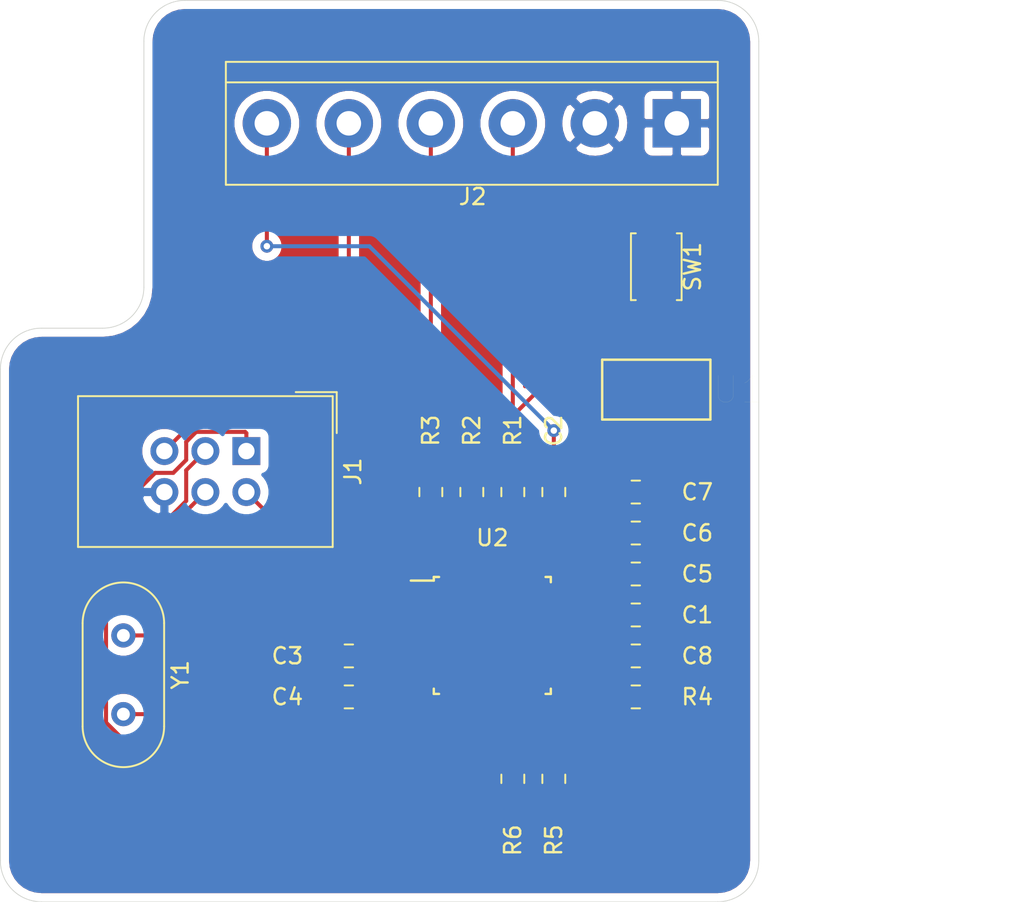
<source format=kicad_pcb>
(kicad_pcb (version 20171130) (host pcbnew 5.1.5-52549c5~86~ubuntu18.04.1)

  (general
    (thickness 1.6)
    (drawings 12)
    (tracks 129)
    (zones 0)
    (modules 20)
    (nets 37)
  )

  (page A4)
  (layers
    (0 F.Cu signal)
    (31 B.Cu signal)
    (32 B.Adhes user)
    (33 F.Adhes user)
    (34 B.Paste user)
    (35 F.Paste user)
    (36 B.SilkS user)
    (37 F.SilkS user)
    (38 B.Mask user)
    (39 F.Mask user)
    (40 Dwgs.User user)
    (41 Cmts.User user)
    (42 Eco1.User user)
    (43 Eco2.User user)
    (44 Edge.Cuts user)
    (45 Margin user)
    (46 B.CrtYd user)
    (47 F.CrtYd user)
    (48 B.Fab user)
    (49 F.Fab user)
  )

  (setup
    (last_trace_width 0.25)
    (trace_clearance 0.2)
    (zone_clearance 0.508)
    (zone_45_only no)
    (trace_min 0.2)
    (via_size 0.8)
    (via_drill 0.4)
    (via_min_size 0.4)
    (via_min_drill 0.3)
    (uvia_size 0.3)
    (uvia_drill 0.1)
    (uvias_allowed no)
    (uvia_min_size 0.2)
    (uvia_min_drill 0.1)
    (edge_width 0.05)
    (segment_width 0.2)
    (pcb_text_width 0.3)
    (pcb_text_size 1.5 1.5)
    (mod_edge_width 0.12)
    (mod_text_size 1 1)
    (mod_text_width 0.15)
    (pad_size 1.524 1.524)
    (pad_drill 0.762)
    (pad_to_mask_clearance 0.051)
    (solder_mask_min_width 0.25)
    (aux_axis_origin 0 0)
    (visible_elements FFFFFF7F)
    (pcbplotparams
      (layerselection 0x010fc_ffffffff)
      (usegerberextensions false)
      (usegerberattributes false)
      (usegerberadvancedattributes false)
      (creategerberjobfile false)
      (excludeedgelayer true)
      (linewidth 0.100000)
      (plotframeref false)
      (viasonmask false)
      (mode 1)
      (useauxorigin false)
      (hpglpennumber 1)
      (hpglpenspeed 20)
      (hpglpendiameter 15.000000)
      (psnegative false)
      (psa4output false)
      (plotreference true)
      (plotvalue true)
      (plotinvisibletext false)
      (padsonsilk false)
      (subtractmaskfromsilk false)
      (outputformat 1)
      (mirror false)
      (drillshape 1)
      (scaleselection 1)
      (outputdirectory ""))
  )

  (net 0 "")
  (net 1 /D2)
  (net 2 /D1)
  (net 3 /D0)
  (net 4 /RESET)
  (net 5 /A0)
  (net 6 /A1)
  (net 7 /A2)
  (net 8 /A3)
  (net 9 /A4)
  (net 10 /A5)
  (net 11 "Net-(U2-Pad22)")
  (net 12 Earth)
  (net 13 "Net-(C8-Pad1)")
  (net 14 "Net-(U2-Pad19)")
  (net 15 +5V)
  (net 16 /D13)
  (net 17 /D12)
  (net 18 /D11)
  (net 19 /SS)
  (net 20 /D9)
  (net 21 /D8)
  (net 22 /D7)
  (net 23 /D6)
  (net 24 /D5)
  (net 25 /XTAL2)
  (net 26 /XTAL1)
  (net 27 /D4)
  (net 28 /D3)
  (net 29 "Net-(C1-Pad2)")
  (net 30 VCC)
  (net 31 "Net-(C2-Pad1)")
  (net 32 /RX)
  (net 33 /TX)
  (net 34 /SCK)
  (net 35 /MISO)
  (net 36 /MOSI)

  (net_class Default "This is the default net class."
    (clearance 0.2)
    (trace_width 0.25)
    (via_dia 0.8)
    (via_drill 0.4)
    (uvia_dia 0.3)
    (uvia_drill 0.1)
    (add_net +5V)
    (add_net /A0)
    (add_net /A1)
    (add_net /A2)
    (add_net /A3)
    (add_net /A4)
    (add_net /A5)
    (add_net /D0)
    (add_net /D1)
    (add_net /D11)
    (add_net /D12)
    (add_net /D13)
    (add_net /D2)
    (add_net /D3)
    (add_net /D4)
    (add_net /D5)
    (add_net /D6)
    (add_net /D7)
    (add_net /D8)
    (add_net /D9)
    (add_net /MISO)
    (add_net /MOSI)
    (add_net /RESET)
    (add_net /RX)
    (add_net /SCK)
    (add_net /SS)
    (add_net /TX)
    (add_net /XTAL1)
    (add_net /XTAL2)
    (add_net Earth)
    (add_net "Net-(C1-Pad2)")
    (add_net "Net-(C2-Pad1)")
    (add_net "Net-(C8-Pad1)")
    (add_net "Net-(U2-Pad19)")
    (add_net "Net-(U2-Pad22)")
    (add_net VCC)
  )

  (module Crystal:Crystal_HC49-4H_Vertical (layer F.Cu) (tedit 5A1AD3B7) (tstamp 5E7F35E7)
    (at 93.98 86.36 270)
    (descr "Crystal THT HC-49-4H http://5hertz.com/pdfs/04404_D.pdf")
    (tags "THT crystalHC-49-4H")
    (path /5CA91CBB)
    (fp_text reference Y1 (at 2.44 -3.525 90) (layer F.SilkS)
      (effects (font (size 1 1) (thickness 0.15)))
    )
    (fp_text value Crystal (at 2.44 3.525 90) (layer F.Fab)
      (effects (font (size 1 1) (thickness 0.15)))
    )
    (fp_arc (start 5.64 0) (end 5.64 -2.525) (angle 180) (layer F.SilkS) (width 0.12))
    (fp_arc (start -0.76 0) (end -0.76 -2.525) (angle -180) (layer F.SilkS) (width 0.12))
    (fp_arc (start 5.44 0) (end 5.44 -2) (angle 180) (layer F.Fab) (width 0.1))
    (fp_arc (start -0.56 0) (end -0.56 -2) (angle -180) (layer F.Fab) (width 0.1))
    (fp_arc (start 5.64 0) (end 5.64 -2.325) (angle 180) (layer F.Fab) (width 0.1))
    (fp_arc (start -0.76 0) (end -0.76 -2.325) (angle -180) (layer F.Fab) (width 0.1))
    (fp_line (start 8.5 -2.8) (end -3.6 -2.8) (layer F.CrtYd) (width 0.05))
    (fp_line (start 8.5 2.8) (end 8.5 -2.8) (layer F.CrtYd) (width 0.05))
    (fp_line (start -3.6 2.8) (end 8.5 2.8) (layer F.CrtYd) (width 0.05))
    (fp_line (start -3.6 -2.8) (end -3.6 2.8) (layer F.CrtYd) (width 0.05))
    (fp_line (start -0.76 2.525) (end 5.64 2.525) (layer F.SilkS) (width 0.12))
    (fp_line (start -0.76 -2.525) (end 5.64 -2.525) (layer F.SilkS) (width 0.12))
    (fp_line (start -0.56 2) (end 5.44 2) (layer F.Fab) (width 0.1))
    (fp_line (start -0.56 -2) (end 5.44 -2) (layer F.Fab) (width 0.1))
    (fp_line (start -0.76 2.325) (end 5.64 2.325) (layer F.Fab) (width 0.1))
    (fp_line (start -0.76 -2.325) (end 5.64 -2.325) (layer F.Fab) (width 0.1))
    (fp_text user %R (at 2.44 0 90) (layer F.Fab)
      (effects (font (size 1 1) (thickness 0.15)))
    )
    (pad 2 thru_hole circle (at 4.88 0 270) (size 1.5 1.5) (drill 0.8) (layers *.Cu *.Mask)
      (net 25 /XTAL2))
    (pad 1 thru_hole circle (at 0 0 270) (size 1.5 1.5) (drill 0.8) (layers *.Cu *.Mask)
      (net 26 /XTAL1))
    (model ${KISYS3DMOD}/Crystal.3dshapes/Crystal_HC49-4H_Vertical.wrl
      (at (xyz 0 0 0))
      (scale (xyz 1 1 1))
      (rotate (xyz 0 0 0))
    )
  )

  (module Package_QFP:TQFP-32_7x7mm_P0.8mm (layer F.Cu) (tedit 5A02F146) (tstamp 5E7F35D0)
    (at 116.84 86.36)
    (descr "32-Lead Plastic Thin Quad Flatpack (PT) - 7x7x1.0 mm Body, 2.00 mm [TQFP] (see Microchip Packaging Specification 00000049BS.pdf)")
    (tags "QFP 0.8")
    (path /5CA85AE0)
    (attr smd)
    (fp_text reference U2 (at 0 -6.05) (layer F.SilkS)
      (effects (font (size 1 1) (thickness 0.15)))
    )
    (fp_text value ATmega328P-AU (at 0 6.05) (layer F.Fab)
      (effects (font (size 1 1) (thickness 0.15)))
    )
    (fp_line (start -3.625 -3.4) (end -5.05 -3.4) (layer F.SilkS) (width 0.15))
    (fp_line (start 3.625 -3.625) (end 3.3 -3.625) (layer F.SilkS) (width 0.15))
    (fp_line (start 3.625 3.625) (end 3.3 3.625) (layer F.SilkS) (width 0.15))
    (fp_line (start -3.625 3.625) (end -3.3 3.625) (layer F.SilkS) (width 0.15))
    (fp_line (start -3.625 -3.625) (end -3.3 -3.625) (layer F.SilkS) (width 0.15))
    (fp_line (start -3.625 3.625) (end -3.625 3.3) (layer F.SilkS) (width 0.15))
    (fp_line (start 3.625 3.625) (end 3.625 3.3) (layer F.SilkS) (width 0.15))
    (fp_line (start 3.625 -3.625) (end 3.625 -3.3) (layer F.SilkS) (width 0.15))
    (fp_line (start -3.625 -3.625) (end -3.625 -3.4) (layer F.SilkS) (width 0.15))
    (fp_line (start -5.3 5.3) (end 5.3 5.3) (layer F.CrtYd) (width 0.05))
    (fp_line (start -5.3 -5.3) (end 5.3 -5.3) (layer F.CrtYd) (width 0.05))
    (fp_line (start 5.3 -5.3) (end 5.3 5.3) (layer F.CrtYd) (width 0.05))
    (fp_line (start -5.3 -5.3) (end -5.3 5.3) (layer F.CrtYd) (width 0.05))
    (fp_line (start -3.5 -2.5) (end -2.5 -3.5) (layer F.Fab) (width 0.15))
    (fp_line (start -3.5 3.5) (end -3.5 -2.5) (layer F.Fab) (width 0.15))
    (fp_line (start 3.5 3.5) (end -3.5 3.5) (layer F.Fab) (width 0.15))
    (fp_line (start 3.5 -3.5) (end 3.5 3.5) (layer F.Fab) (width 0.15))
    (fp_line (start -2.5 -3.5) (end 3.5 -3.5) (layer F.Fab) (width 0.15))
    (fp_text user %R (at 0 0) (layer F.Fab)
      (effects (font (size 1 1) (thickness 0.15)))
    )
    (pad 32 smd rect (at -2.8 -4.25 90) (size 1.6 0.55) (layers F.Cu F.Paste F.Mask)
      (net 1 /D2))
    (pad 31 smd rect (at -2 -4.25 90) (size 1.6 0.55) (layers F.Cu F.Paste F.Mask)
      (net 2 /D1))
    (pad 30 smd rect (at -1.2 -4.25 90) (size 1.6 0.55) (layers F.Cu F.Paste F.Mask)
      (net 3 /D0))
    (pad 29 smd rect (at -0.4 -4.25 90) (size 1.6 0.55) (layers F.Cu F.Paste F.Mask)
      (net 4 /RESET))
    (pad 28 smd rect (at 0.4 -4.25 90) (size 1.6 0.55) (layers F.Cu F.Paste F.Mask)
      (net 5 /A0))
    (pad 27 smd rect (at 1.2 -4.25 90) (size 1.6 0.55) (layers F.Cu F.Paste F.Mask)
      (net 6 /A1))
    (pad 26 smd rect (at 2 -4.25 90) (size 1.6 0.55) (layers F.Cu F.Paste F.Mask)
      (net 7 /A2))
    (pad 25 smd rect (at 2.8 -4.25 90) (size 1.6 0.55) (layers F.Cu F.Paste F.Mask)
      (net 8 /A3))
    (pad 24 smd rect (at 4.25 -2.8) (size 1.6 0.55) (layers F.Cu F.Paste F.Mask)
      (net 9 /A4))
    (pad 23 smd rect (at 4.25 -2) (size 1.6 0.55) (layers F.Cu F.Paste F.Mask)
      (net 10 /A5))
    (pad 22 smd rect (at 4.25 -1.2) (size 1.6 0.55) (layers F.Cu F.Paste F.Mask)
      (net 11 "Net-(U2-Pad22)"))
    (pad 21 smd rect (at 4.25 -0.4) (size 1.6 0.55) (layers F.Cu F.Paste F.Mask)
      (net 12 Earth))
    (pad 20 smd rect (at 4.25 0.4) (size 1.6 0.55) (layers F.Cu F.Paste F.Mask)
      (net 13 "Net-(C8-Pad1)"))
    (pad 19 smd rect (at 4.25 1.2) (size 1.6 0.55) (layers F.Cu F.Paste F.Mask)
      (net 14 "Net-(U2-Pad19)"))
    (pad 18 smd rect (at 4.25 2) (size 1.6 0.55) (layers F.Cu F.Paste F.Mask)
      (net 15 +5V))
    (pad 17 smd rect (at 4.25 2.8) (size 1.6 0.55) (layers F.Cu F.Paste F.Mask)
      (net 16 /D13))
    (pad 16 smd rect (at 2.8 4.25 90) (size 1.6 0.55) (layers F.Cu F.Paste F.Mask)
      (net 17 /D12))
    (pad 15 smd rect (at 2 4.25 90) (size 1.6 0.55) (layers F.Cu F.Paste F.Mask)
      (net 18 /D11))
    (pad 14 smd rect (at 1.2 4.25 90) (size 1.6 0.55) (layers F.Cu F.Paste F.Mask)
      (net 19 /SS))
    (pad 13 smd rect (at 0.4 4.25 90) (size 1.6 0.55) (layers F.Cu F.Paste F.Mask)
      (net 20 /D9))
    (pad 12 smd rect (at -0.4 4.25 90) (size 1.6 0.55) (layers F.Cu F.Paste F.Mask)
      (net 21 /D8))
    (pad 11 smd rect (at -1.2 4.25 90) (size 1.6 0.55) (layers F.Cu F.Paste F.Mask)
      (net 22 /D7))
    (pad 10 smd rect (at -2 4.25 90) (size 1.6 0.55) (layers F.Cu F.Paste F.Mask)
      (net 23 /D6))
    (pad 9 smd rect (at -2.8 4.25 90) (size 1.6 0.55) (layers F.Cu F.Paste F.Mask)
      (net 24 /D5))
    (pad 8 smd rect (at -4.25 2.8) (size 1.6 0.55) (layers F.Cu F.Paste F.Mask)
      (net 25 /XTAL2))
    (pad 7 smd rect (at -4.25 2) (size 1.6 0.55) (layers F.Cu F.Paste F.Mask)
      (net 26 /XTAL1))
    (pad 6 smd rect (at -4.25 1.2) (size 1.6 0.55) (layers F.Cu F.Paste F.Mask)
      (net 15 +5V))
    (pad 5 smd rect (at -4.25 0.4) (size 1.6 0.55) (layers F.Cu F.Paste F.Mask)
      (net 12 Earth))
    (pad 4 smd rect (at -4.25 -0.4) (size 1.6 0.55) (layers F.Cu F.Paste F.Mask)
      (net 15 +5V))
    (pad 3 smd rect (at -4.25 -1.2) (size 1.6 0.55) (layers F.Cu F.Paste F.Mask)
      (net 12 Earth))
    (pad 2 smd rect (at -4.25 -2) (size 1.6 0.55) (layers F.Cu F.Paste F.Mask)
      (net 27 /D4))
    (pad 1 smd rect (at -4.25 -2.8) (size 1.6 0.55) (layers F.Cu F.Paste F.Mask)
      (net 28 /D3))
    (model ${KISYS3DMOD}/Package_QFP.3dshapes/TQFP-32_7x7mm_P0.8mm.wrl
      (at (xyz 0 0 0))
      (scale (xyz 1 1 1))
      (rotate (xyz 0 0 0))
    )
  )

  (module custom:SOT230P696X180-4N (layer F.Cu) (tedit 5E7D096A) (tstamp 5E7F3599)
    (at 127 71.12 90)
    (path /5CAD1EC1)
    (fp_text reference U1 (at 0 5.08 180) (layer F.SilkS)
      (effects (font (size 1.642512 1.642512) (thickness 0.00381)))
    )
    (fp_text value LM1117-5.0 (at 0 15.24 180) (layer F.Fab)
      (effects (font (size 1.64252 1.64252) (thickness 0.015)))
    )
    (fp_line (start -1.8542 -1.905) (end -1.8542 -2.6924) (layer F.Fab) (width 0.1524))
    (fp_line (start -1.8542 -2.6924) (end -3.6576 -2.6924) (layer F.Fab) (width 0.1524))
    (fp_line (start -3.6576 -2.6924) (end -3.6576 -1.905) (layer F.Fab) (width 0.1524))
    (fp_line (start -3.6576 -1.905) (end -1.8542 -1.905) (layer F.Fab) (width 0.1524))
    (fp_line (start -1.8542 0.381) (end -1.8542 -0.4064) (layer F.Fab) (width 0.1524))
    (fp_line (start -1.8542 -0.4064) (end -3.6576 -0.4064) (layer F.Fab) (width 0.1524))
    (fp_line (start -3.6576 -0.4064) (end -3.6576 0.381) (layer F.Fab) (width 0.1524))
    (fp_line (start -3.6576 0.381) (end -1.8542 0.381) (layer F.Fab) (width 0.1524))
    (fp_line (start -1.8542 2.6924) (end -1.8542 1.905) (layer F.Fab) (width 0.1524))
    (fp_line (start -1.8542 1.905) (end -3.6576 1.905) (layer F.Fab) (width 0.1524))
    (fp_line (start -3.6576 1.905) (end -3.6576 2.6924) (layer F.Fab) (width 0.1524))
    (fp_line (start -3.6576 2.6924) (end -1.8542 2.6924) (layer F.Fab) (width 0.1524))
    (fp_line (start 1.8542 -1.5494) (end 1.8542 1.5494) (layer F.Fab) (width 0.1524))
    (fp_line (start 1.8542 1.5494) (end 3.6576 1.5494) (layer F.Fab) (width 0.1524))
    (fp_line (start 3.6576 1.5494) (end 3.6576 -1.5494) (layer F.Fab) (width 0.1524))
    (fp_line (start 3.6576 -1.5494) (end 1.8542 -1.5494) (layer F.Fab) (width 0.1524))
    (fp_line (start -1.8542 3.3528) (end 1.8542 3.3528) (layer F.Fab) (width 0.1524))
    (fp_line (start 1.8542 3.3528) (end 1.8542 -3.3528) (layer F.Fab) (width 0.1524))
    (fp_line (start 1.8542 -3.3528) (end -1.8542 -3.3528) (layer F.Fab) (width 0.1524))
    (fp_line (start -1.8542 -3.3528) (end -1.8542 3.3528) (layer F.Fab) (width 0.1524))
    (fp_line (start -1.8542 3.3528) (end 1.8542 3.3528) (layer F.SilkS) (width 0.1524))
    (fp_line (start 1.8542 3.3528) (end 1.8542 -3.3528) (layer F.SilkS) (width 0.1524))
    (fp_line (start 1.8542 -3.3528) (end -1.8542 -3.3528) (layer F.SilkS) (width 0.1524))
    (fp_line (start -1.8542 -3.3528) (end -1.8542 3.3528) (layer F.SilkS) (width 0.1524))
    (pad 1 smd rect (at -3.2004 -2.3114 90) (size 1.6002 0.8382) (layers F.Cu F.Paste F.Mask)
      (net 29 "Net-(C1-Pad2)"))
    (pad 2 smd rect (at -3.2004 0 90) (size 1.6002 0.8382) (layers F.Cu F.Paste F.Mask)
      (net 15 +5V))
    (pad 3 smd rect (at -3.2004 2.3114 90) (size 1.6002 0.8382) (layers F.Cu F.Paste F.Mask)
      (net 30 VCC))
    (pad 4 smd rect (at 3.2004 0 90) (size 1.6002 3.0988) (layers F.Cu F.Paste F.Mask))
  )

  (module Button_Switch_SMD:SW_Push_SPST_NO_Alps_SKRK (layer F.Cu) (tedit 5C2A8900) (tstamp 5E7F3579)
    (at 127 63.5 270)
    (descr http://www.alps.com/prod/info/E/HTML/Tact/SurfaceMount/SKRK/SKRKAHE020.html)
    (tags "SMD SMT button")
    (path /5CAA7FFD)
    (attr smd)
    (fp_text reference SW1 (at 0 -2.25 90) (layer F.SilkS)
      (effects (font (size 1 1) (thickness 0.15)))
    )
    (fp_text value Reset (at 0 2.5 90) (layer F.Fab)
      (effects (font (size 1 1) (thickness 0.15)))
    )
    (fp_line (start -2.07 -1.57) (end 2.07 -1.57) (layer F.SilkS) (width 0.12))
    (fp_line (start 2.07 1.27) (end 2.07 1.57) (layer F.SilkS) (width 0.12))
    (fp_line (start 2.07 1.57) (end -2.07 1.57) (layer F.SilkS) (width 0.12))
    (fp_line (start -2.07 -1.27) (end -2.07 -1.57) (layer F.SilkS) (width 0.12))
    (fp_circle (center 0 0) (end 1 0) (layer F.Fab) (width 0.1))
    (fp_text user %R (at 0 0 90) (layer F.Fab)
      (effects (font (size 1 1) (thickness 0.15)))
    )
    (fp_line (start -2.75 -1.7) (end 2.75 -1.7) (layer F.CrtYd) (width 0.05))
    (fp_line (start 2.75 -1.7) (end 2.75 1.7) (layer F.CrtYd) (width 0.05))
    (fp_line (start 2.75 1.7) (end -2.75 1.7) (layer F.CrtYd) (width 0.05))
    (fp_line (start -2.75 1.7) (end -2.75 -1.7) (layer F.CrtYd) (width 0.05))
    (fp_line (start 1.95 1.45) (end -1.95 1.45) (layer F.Fab) (width 0.1))
    (fp_line (start -1.95 1.45) (end -1.95 -1.45) (layer F.Fab) (width 0.1))
    (fp_line (start -1.95 -1.45) (end 1.95 -1.45) (layer F.Fab) (width 0.1))
    (fp_line (start 1.95 -1.45) (end 1.95 1.45) (layer F.Fab) (width 0.1))
    (fp_line (start -2.07 1.57) (end -2.07 1.27) (layer F.SilkS) (width 0.12))
    (fp_line (start 2.07 -1.57) (end 2.07 -1.27) (layer F.SilkS) (width 0.12))
    (pad 2 smd roundrect (at 2.1 0 270) (size 0.8 2) (layers F.Cu F.Paste F.Mask) (roundrect_rratio 0.25)
      (net 4 /RESET))
    (pad 1 smd roundrect (at -2.1 0 270) (size 0.8 2) (layers F.Cu F.Paste F.Mask) (roundrect_rratio 0.25)
      (net 12 Earth))
    (model ${KISYS3DMOD}/Button_Switch_SMD.3dshapes/SW_Push_SPST_NO_Alps_SKRK.wrl
      (at (xyz 0 0 0))
      (scale (xyz 1 1 1))
      (rotate (xyz 0 0 0))
    )
  )

  (module Resistor_SMD:R_0805_2012Metric_Pad1.15x1.40mm_HandSolder (layer F.Cu) (tedit 5B36C52B) (tstamp 5E7F3563)
    (at 118.11 95.25 90)
    (descr "Resistor SMD 0805 (2012 Metric), square (rectangular) end terminal, IPC_7351 nominal with elongated pad for handsoldering. (Body size source: https://docs.google.com/spreadsheets/d/1BsfQQcO9C6DZCsRaXUlFlo91Tg2WpOkGARC1WS5S8t0/edit?usp=sharing), generated with kicad-footprint-generator")
    (tags "resistor handsolder")
    (path /5CA990F6)
    (attr smd)
    (fp_text reference R6 (at -3.81 0 90) (layer F.SilkS)
      (effects (font (size 1 1) (thickness 0.15)))
    )
    (fp_text value 1k (at -6.35 0 90) (layer F.Fab)
      (effects (font (size 1 1) (thickness 0.15)))
    )
    (fp_text user %R (at 0 0 90) (layer F.Fab)
      (effects (font (size 0.5 0.5) (thickness 0.08)))
    )
    (fp_line (start 1.85 0.95) (end -1.85 0.95) (layer F.CrtYd) (width 0.05))
    (fp_line (start 1.85 -0.95) (end 1.85 0.95) (layer F.CrtYd) (width 0.05))
    (fp_line (start -1.85 -0.95) (end 1.85 -0.95) (layer F.CrtYd) (width 0.05))
    (fp_line (start -1.85 0.95) (end -1.85 -0.95) (layer F.CrtYd) (width 0.05))
    (fp_line (start -0.261252 0.71) (end 0.261252 0.71) (layer F.SilkS) (width 0.12))
    (fp_line (start -0.261252 -0.71) (end 0.261252 -0.71) (layer F.SilkS) (width 0.12))
    (fp_line (start 1 0.6) (end -1 0.6) (layer F.Fab) (width 0.1))
    (fp_line (start 1 -0.6) (end 1 0.6) (layer F.Fab) (width 0.1))
    (fp_line (start -1 -0.6) (end 1 -0.6) (layer F.Fab) (width 0.1))
    (fp_line (start -1 0.6) (end -1 -0.6) (layer F.Fab) (width 0.1))
    (pad 2 smd roundrect (at 1.025 0 90) (size 1.15 1.4) (layers F.Cu F.Paste F.Mask) (roundrect_rratio 0.217391)
      (net 18 /D11))
    (pad 1 smd roundrect (at -1.025 0 90) (size 1.15 1.4) (layers F.Cu F.Paste F.Mask) (roundrect_rratio 0.217391)
      (net 36 /MOSI))
    (model ${KISYS3DMOD}/Resistor_SMD.3dshapes/R_0805_2012Metric.wrl
      (at (xyz 0 0 0))
      (scale (xyz 1 1 1))
      (rotate (xyz 0 0 0))
    )
  )

  (module Resistor_SMD:R_0805_2012Metric_Pad1.15x1.40mm_HandSolder (layer F.Cu) (tedit 5B36C52B) (tstamp 5E7F3552)
    (at 120.65 95.25 90)
    (descr "Resistor SMD 0805 (2012 Metric), square (rectangular) end terminal, IPC_7351 nominal with elongated pad for handsoldering. (Body size source: https://docs.google.com/spreadsheets/d/1BsfQQcO9C6DZCsRaXUlFlo91Tg2WpOkGARC1WS5S8t0/edit?usp=sharing), generated with kicad-footprint-generator")
    (tags "resistor handsolder")
    (path /5CA990BA)
    (attr smd)
    (fp_text reference R5 (at -3.81 0 90) (layer F.SilkS)
      (effects (font (size 1 1) (thickness 0.15)))
    )
    (fp_text value 1k (at -6.35 0 90) (layer F.Fab)
      (effects (font (size 1 1) (thickness 0.15)))
    )
    (fp_text user %R (at 0 0 90) (layer F.Fab)
      (effects (font (size 0.5 0.5) (thickness 0.08)))
    )
    (fp_line (start 1.85 0.95) (end -1.85 0.95) (layer F.CrtYd) (width 0.05))
    (fp_line (start 1.85 -0.95) (end 1.85 0.95) (layer F.CrtYd) (width 0.05))
    (fp_line (start -1.85 -0.95) (end 1.85 -0.95) (layer F.CrtYd) (width 0.05))
    (fp_line (start -1.85 0.95) (end -1.85 -0.95) (layer F.CrtYd) (width 0.05))
    (fp_line (start -0.261252 0.71) (end 0.261252 0.71) (layer F.SilkS) (width 0.12))
    (fp_line (start -0.261252 -0.71) (end 0.261252 -0.71) (layer F.SilkS) (width 0.12))
    (fp_line (start 1 0.6) (end -1 0.6) (layer F.Fab) (width 0.1))
    (fp_line (start 1 -0.6) (end 1 0.6) (layer F.Fab) (width 0.1))
    (fp_line (start -1 -0.6) (end 1 -0.6) (layer F.Fab) (width 0.1))
    (fp_line (start -1 0.6) (end -1 -0.6) (layer F.Fab) (width 0.1))
    (pad 2 smd roundrect (at 1.025 0 90) (size 1.15 1.4) (layers F.Cu F.Paste F.Mask) (roundrect_rratio 0.217391)
      (net 17 /D12))
    (pad 1 smd roundrect (at -1.025 0 90) (size 1.15 1.4) (layers F.Cu F.Paste F.Mask) (roundrect_rratio 0.217391)
      (net 35 /MISO))
    (model ${KISYS3DMOD}/Resistor_SMD.3dshapes/R_0805_2012Metric.wrl
      (at (xyz 0 0 0))
      (scale (xyz 1 1 1))
      (rotate (xyz 0 0 0))
    )
  )

  (module Resistor_SMD:R_0805_2012Metric_Pad1.15x1.40mm_HandSolder (layer F.Cu) (tedit 5B36C52B) (tstamp 5E7F3541)
    (at 125.73 90.17 180)
    (descr "Resistor SMD 0805 (2012 Metric), square (rectangular) end terminal, IPC_7351 nominal with elongated pad for handsoldering. (Body size source: https://docs.google.com/spreadsheets/d/1BsfQQcO9C6DZCsRaXUlFlo91Tg2WpOkGARC1WS5S8t0/edit?usp=sharing), generated with kicad-footprint-generator")
    (tags "resistor handsolder")
    (path /5CA992A7)
    (attr smd)
    (fp_text reference R4 (at -3.81 0) (layer F.SilkS)
      (effects (font (size 1 1) (thickness 0.15)))
    )
    (fp_text value 1k (at -6.35 0) (layer F.Fab)
      (effects (font (size 1 1) (thickness 0.15)))
    )
    (fp_text user %R (at 0 0) (layer F.Fab)
      (effects (font (size 0.5 0.5) (thickness 0.08)))
    )
    (fp_line (start 1.85 0.95) (end -1.85 0.95) (layer F.CrtYd) (width 0.05))
    (fp_line (start 1.85 -0.95) (end 1.85 0.95) (layer F.CrtYd) (width 0.05))
    (fp_line (start -1.85 -0.95) (end 1.85 -0.95) (layer F.CrtYd) (width 0.05))
    (fp_line (start -1.85 0.95) (end -1.85 -0.95) (layer F.CrtYd) (width 0.05))
    (fp_line (start -0.261252 0.71) (end 0.261252 0.71) (layer F.SilkS) (width 0.12))
    (fp_line (start -0.261252 -0.71) (end 0.261252 -0.71) (layer F.SilkS) (width 0.12))
    (fp_line (start 1 0.6) (end -1 0.6) (layer F.Fab) (width 0.1))
    (fp_line (start 1 -0.6) (end 1 0.6) (layer F.Fab) (width 0.1))
    (fp_line (start -1 -0.6) (end 1 -0.6) (layer F.Fab) (width 0.1))
    (fp_line (start -1 0.6) (end -1 -0.6) (layer F.Fab) (width 0.1))
    (pad 2 smd roundrect (at 1.025 0 180) (size 1.15 1.4) (layers F.Cu F.Paste F.Mask) (roundrect_rratio 0.217391)
      (net 16 /D13))
    (pad 1 smd roundrect (at -1.025 0 180) (size 1.15 1.4) (layers F.Cu F.Paste F.Mask) (roundrect_rratio 0.217391)
      (net 34 /SCK))
    (model ${KISYS3DMOD}/Resistor_SMD.3dshapes/R_0805_2012Metric.wrl
      (at (xyz 0 0 0))
      (scale (xyz 1 1 1))
      (rotate (xyz 0 0 0))
    )
  )

  (module Resistor_SMD:R_0805_2012Metric_Pad1.15x1.40mm_HandSolder (layer F.Cu) (tedit 5B36C52B) (tstamp 5E7F3530)
    (at 113.03 77.47 270)
    (descr "Resistor SMD 0805 (2012 Metric), square (rectangular) end terminal, IPC_7351 nominal with elongated pad for handsoldering. (Body size source: https://docs.google.com/spreadsheets/d/1BsfQQcO9C6DZCsRaXUlFlo91Tg2WpOkGARC1WS5S8t0/edit?usp=sharing), generated with kicad-footprint-generator")
    (tags "resistor handsolder")
    (path /5CABB42E)
    (attr smd)
    (fp_text reference R3 (at -3.81 0 90) (layer F.SilkS)
      (effects (font (size 1 1) (thickness 0.15)))
    )
    (fp_text value 1k (at -6.35 0 90) (layer F.Fab)
      (effects (font (size 1 1) (thickness 0.15)))
    )
    (fp_text user %R (at 0 0 90) (layer F.Fab)
      (effects (font (size 0.5 0.5) (thickness 0.08)))
    )
    (fp_line (start 1.85 0.95) (end -1.85 0.95) (layer F.CrtYd) (width 0.05))
    (fp_line (start 1.85 -0.95) (end 1.85 0.95) (layer F.CrtYd) (width 0.05))
    (fp_line (start -1.85 -0.95) (end 1.85 -0.95) (layer F.CrtYd) (width 0.05))
    (fp_line (start -1.85 0.95) (end -1.85 -0.95) (layer F.CrtYd) (width 0.05))
    (fp_line (start -0.261252 0.71) (end 0.261252 0.71) (layer F.SilkS) (width 0.12))
    (fp_line (start -0.261252 -0.71) (end 0.261252 -0.71) (layer F.SilkS) (width 0.12))
    (fp_line (start 1 0.6) (end -1 0.6) (layer F.Fab) (width 0.1))
    (fp_line (start 1 -0.6) (end 1 0.6) (layer F.Fab) (width 0.1))
    (fp_line (start -1 -0.6) (end 1 -0.6) (layer F.Fab) (width 0.1))
    (fp_line (start -1 0.6) (end -1 -0.6) (layer F.Fab) (width 0.1))
    (pad 2 smd roundrect (at 1.025 0 270) (size 1.15 1.4) (layers F.Cu F.Paste F.Mask) (roundrect_rratio 0.217391)
      (net 2 /D1))
    (pad 1 smd roundrect (at -1.025 0 270) (size 1.15 1.4) (layers F.Cu F.Paste F.Mask) (roundrect_rratio 0.217391)
      (net 33 /TX))
    (model ${KISYS3DMOD}/Resistor_SMD.3dshapes/R_0805_2012Metric.wrl
      (at (xyz 0 0 0))
      (scale (xyz 1 1 1))
      (rotate (xyz 0 0 0))
    )
  )

  (module Resistor_SMD:R_0805_2012Metric_Pad1.15x1.40mm_HandSolder (layer F.Cu) (tedit 5B36C52B) (tstamp 5E7F351F)
    (at 115.57 77.47 270)
    (descr "Resistor SMD 0805 (2012 Metric), square (rectangular) end terminal, IPC_7351 nominal with elongated pad for handsoldering. (Body size source: https://docs.google.com/spreadsheets/d/1BsfQQcO9C6DZCsRaXUlFlo91Tg2WpOkGARC1WS5S8t0/edit?usp=sharing), generated with kicad-footprint-generator")
    (tags "resistor handsolder")
    (path /5CABB3BA)
    (attr smd)
    (fp_text reference R2 (at -3.81 0 90) (layer F.SilkS)
      (effects (font (size 1 1) (thickness 0.15)))
    )
    (fp_text value 1k (at -6.35 0 90) (layer F.Fab)
      (effects (font (size 1 1) (thickness 0.15)))
    )
    (fp_text user %R (at 0 0 90) (layer F.Fab)
      (effects (font (size 0.5 0.5) (thickness 0.08)))
    )
    (fp_line (start 1.85 0.95) (end -1.85 0.95) (layer F.CrtYd) (width 0.05))
    (fp_line (start 1.85 -0.95) (end 1.85 0.95) (layer F.CrtYd) (width 0.05))
    (fp_line (start -1.85 -0.95) (end 1.85 -0.95) (layer F.CrtYd) (width 0.05))
    (fp_line (start -1.85 0.95) (end -1.85 -0.95) (layer F.CrtYd) (width 0.05))
    (fp_line (start -0.261252 0.71) (end 0.261252 0.71) (layer F.SilkS) (width 0.12))
    (fp_line (start -0.261252 -0.71) (end 0.261252 -0.71) (layer F.SilkS) (width 0.12))
    (fp_line (start 1 0.6) (end -1 0.6) (layer F.Fab) (width 0.1))
    (fp_line (start 1 -0.6) (end 1 0.6) (layer F.Fab) (width 0.1))
    (fp_line (start -1 -0.6) (end 1 -0.6) (layer F.Fab) (width 0.1))
    (fp_line (start -1 0.6) (end -1 -0.6) (layer F.Fab) (width 0.1))
    (pad 2 smd roundrect (at 1.025 0 270) (size 1.15 1.4) (layers F.Cu F.Paste F.Mask) (roundrect_rratio 0.217391)
      (net 3 /D0))
    (pad 1 smd roundrect (at -1.025 0 270) (size 1.15 1.4) (layers F.Cu F.Paste F.Mask) (roundrect_rratio 0.217391)
      (net 32 /RX))
    (model ${KISYS3DMOD}/Resistor_SMD.3dshapes/R_0805_2012Metric.wrl
      (at (xyz 0 0 0))
      (scale (xyz 1 1 1))
      (rotate (xyz 0 0 0))
    )
  )

  (module Resistor_SMD:R_0805_2012Metric_Pad1.15x1.40mm_HandSolder (layer F.Cu) (tedit 5B36C52B) (tstamp 5E7F350E)
    (at 118.11 77.47 270)
    (descr "Resistor SMD 0805 (2012 Metric), square (rectangular) end terminal, IPC_7351 nominal with elongated pad for handsoldering. (Body size source: https://docs.google.com/spreadsheets/d/1BsfQQcO9C6DZCsRaXUlFlo91Tg2WpOkGARC1WS5S8t0/edit?usp=sharing), generated with kicad-footprint-generator")
    (tags "resistor handsolder")
    (path /5CAA9440)
    (attr smd)
    (fp_text reference R1 (at -3.81 0 90) (layer F.SilkS)
      (effects (font (size 1 1) (thickness 0.15)))
    )
    (fp_text value 1k (at -6.35 0 90) (layer F.Fab)
      (effects (font (size 1 1) (thickness 0.15)))
    )
    (fp_text user %R (at 0 0 90) (layer F.Fab)
      (effects (font (size 0.5 0.5) (thickness 0.08)))
    )
    (fp_line (start 1.85 0.95) (end -1.85 0.95) (layer F.CrtYd) (width 0.05))
    (fp_line (start 1.85 -0.95) (end 1.85 0.95) (layer F.CrtYd) (width 0.05))
    (fp_line (start -1.85 -0.95) (end 1.85 -0.95) (layer F.CrtYd) (width 0.05))
    (fp_line (start -1.85 0.95) (end -1.85 -0.95) (layer F.CrtYd) (width 0.05))
    (fp_line (start -0.261252 0.71) (end 0.261252 0.71) (layer F.SilkS) (width 0.12))
    (fp_line (start -0.261252 -0.71) (end 0.261252 -0.71) (layer F.SilkS) (width 0.12))
    (fp_line (start 1 0.6) (end -1 0.6) (layer F.Fab) (width 0.1))
    (fp_line (start 1 -0.6) (end 1 0.6) (layer F.Fab) (width 0.1))
    (fp_line (start -1 -0.6) (end 1 -0.6) (layer F.Fab) (width 0.1))
    (fp_line (start -1 0.6) (end -1 -0.6) (layer F.Fab) (width 0.1))
    (pad 2 smd roundrect (at 1.025 0 270) (size 1.15 1.4) (layers F.Cu F.Paste F.Mask) (roundrect_rratio 0.217391)
      (net 4 /RESET))
    (pad 1 smd roundrect (at -1.025 0 270) (size 1.15 1.4) (layers F.Cu F.Paste F.Mask) (roundrect_rratio 0.217391)
      (net 15 +5V))
    (model ${KISYS3DMOD}/Resistor_SMD.3dshapes/R_0805_2012Metric.wrl
      (at (xyz 0 0 0))
      (scale (xyz 1 1 1))
      (rotate (xyz 0 0 0))
    )
  )

  (module TerminalBlock:TerminalBlock_bornier-6_P5.08mm (layer F.Cu) (tedit 59FF03F5) (tstamp 5E7F34FD)
    (at 128.27 54.61 180)
    (descr "simple 6pin terminal block, pitch 5.08mm, revamped version of bornier6")
    (tags "terminal block bornier6")
    (path /5CB776EE)
    (fp_text reference J2 (at 12.65 -4.55) (layer F.SilkS)
      (effects (font (size 1 1) (thickness 0.15)))
    )
    (fp_text value FTDI (at 12.7 4.75) (layer F.Fab)
      (effects (font (size 1 1) (thickness 0.15)))
    )
    (fp_line (start 28.15 4) (end -2.75 4) (layer F.CrtYd) (width 0.05))
    (fp_line (start 28.15 4) (end 28.15 -4) (layer F.CrtYd) (width 0.05))
    (fp_line (start -2.75 -4) (end -2.75 4) (layer F.CrtYd) (width 0.05))
    (fp_line (start -2.75 -4) (end 28.15 -4) (layer F.CrtYd) (width 0.05))
    (fp_line (start -2.54 3.81) (end 27.94 3.81) (layer F.SilkS) (width 0.12))
    (fp_line (start -2.54 -3.81) (end 27.94 -3.81) (layer F.SilkS) (width 0.12))
    (fp_line (start -2.54 2.54) (end 27.94 2.54) (layer F.SilkS) (width 0.12))
    (fp_line (start 27.94 3.81) (end 27.94 -3.81) (layer F.SilkS) (width 0.12))
    (fp_line (start -2.54 -3.81) (end -2.54 3.81) (layer F.SilkS) (width 0.12))
    (fp_line (start 27.9 -3.75) (end -2.5 -3.75) (layer F.Fab) (width 0.1))
    (fp_line (start 27.9 3.75) (end 27.9 -3.75) (layer F.Fab) (width 0.1))
    (fp_line (start -2.5 3.75) (end 27.9 3.75) (layer F.Fab) (width 0.1))
    (fp_line (start -2.5 -3.75) (end -2.5 3.75) (layer F.Fab) (width 0.1))
    (fp_line (start -2.5 2.55) (end 27.9 2.55) (layer F.Fab) (width 0.1))
    (fp_text user %R (at 12.7 0) (layer F.Fab)
      (effects (font (size 1 1) (thickness 0.15)))
    )
    (pad 6 thru_hole circle (at 25.4 0 180) (size 3 3) (drill 1.52) (layers *.Cu *.Mask)
      (net 31 "Net-(C2-Pad1)"))
    (pad 5 thru_hole circle (at 20.32 0 180) (size 3 3) (drill 1.52) (layers *.Cu *.Mask)
      (net 33 /TX))
    (pad 4 thru_hole circle (at 15.24 0 180) (size 3 3) (drill 1.52) (layers *.Cu *.Mask)
      (net 32 /RX))
    (pad 1 thru_hole rect (at 0 0 180) (size 3 3) (drill 1.52) (layers *.Cu *.Mask)
      (net 12 Earth))
    (pad 3 thru_hole circle (at 10.16 0 180) (size 3 3) (drill 1.52) (layers *.Cu *.Mask)
      (net 15 +5V))
    (pad 2 thru_hole circle (at 5.08 0 180) (size 3 3) (drill 1.52) (layers *.Cu *.Mask)
      (net 12 Earth))
    (model ${KISYS3DMOD}/TerminalBlock.3dshapes/TerminalBlock_bornier-6_P5.08mm.wrl
      (offset (xyz 12.69999980926514 0 0))
      (scale (xyz 1 1 1))
      (rotate (xyz 0 0 0))
    )
  )

  (module custom:IDC-Header_2x03_Pitch2.54mm_Straight (layer F.Cu) (tedit 59DE0819) (tstamp 5E7F34E4)
    (at 101.6 74.93 270)
    (descr "6 pins through hole IDC header")
    (tags "IDC header socket VASCH AVR ISP")
    (path /5CA97BAD)
    (fp_text reference J1 (at 1.27 -6.604 90) (layer F.SilkS)
      (effects (font (size 1 1) (thickness 0.15)))
    )
    (fp_text value AVR-ISP-6 (at 1.27 11.684 90) (layer F.Fab)
      (effects (font (size 1 1) (thickness 0.15)))
    )
    (fp_line (start -3.655 -5.6) (end -1.115 -5.6) (layer F.SilkS) (width 0.12))
    (fp_line (start -3.655 -5.6) (end -3.655 -3.06) (layer F.SilkS) (width 0.12))
    (fp_line (start -3.405 -5.35) (end 5.945 -5.35) (layer F.SilkS) (width 0.12))
    (fp_line (start -3.405 10.43) (end -3.405 -5.35) (layer F.SilkS) (width 0.12))
    (fp_line (start 5.945 10.43) (end -3.405 10.43) (layer F.SilkS) (width 0.12))
    (fp_line (start 5.945 -5.35) (end 5.945 10.43) (layer F.SilkS) (width 0.12))
    (fp_line (start -3.91 -5.85) (end 6.2 -5.85) (layer F.CrtYd) (width 0.05))
    (fp_line (start -3.91 10.67) (end -3.91 -5.85) (layer F.CrtYd) (width 0.05))
    (fp_line (start 6.2 10.67) (end -3.91 10.67) (layer F.CrtYd) (width 0.05))
    (fp_line (start 6.2 -5.85) (end 6.2 10.67) (layer F.CrtYd) (width 0.05))
    (fp_line (start -3.155 10.18) (end -2.605 9.62) (layer F.Fab) (width 0.1))
    (fp_line (start -3.155 -5.1) (end -2.605 -4.56) (layer F.Fab) (width 0.1))
    (fp_line (start 5.695 10.18) (end 5.145 9.62) (layer F.Fab) (width 0.1))
    (fp_line (start 5.695 -5.1) (end 5.145 -4.56) (layer F.Fab) (width 0.1))
    (fp_line (start 5.145 9.62) (end -2.605 9.62) (layer F.Fab) (width 0.1))
    (fp_line (start 5.695 10.18) (end -3.155 10.18) (layer F.Fab) (width 0.1))
    (fp_line (start 5.145 -4.56) (end -2.605 -4.56) (layer F.Fab) (width 0.1))
    (fp_line (start 5.695 -5.1) (end -3.155 -5.1) (layer F.Fab) (width 0.1))
    (fp_line (start -2.605 4.79) (end -3.155 4.79) (layer F.Fab) (width 0.1))
    (fp_line (start -2.605 0.29) (end -3.155 0.29) (layer F.Fab) (width 0.1))
    (fp_line (start -2.605 4.79) (end -2.605 9.62) (layer F.Fab) (width 0.1))
    (fp_line (start -2.605 -4.56) (end -2.605 0.29) (layer F.Fab) (width 0.1))
    (fp_line (start -3.155 -5.1) (end -3.155 10.18) (layer F.Fab) (width 0.1))
    (fp_line (start 5.145 -4.56) (end 5.145 9.62) (layer F.Fab) (width 0.1))
    (fp_line (start 5.695 -5.1) (end 5.695 10.18) (layer F.Fab) (width 0.1))
    (fp_text user %R (at 1.27 2.54 90) (layer F.Fab)
      (effects (font (size 1 1) (thickness 0.15)))
    )
    (pad 6 thru_hole oval (at 2.54 5.08 270) (size 1.7272 1.7272) (drill 1.016) (layers *.Cu *.Mask)
      (net 12 Earth))
    (pad 5 thru_hole oval (at 0 5.08 270) (size 1.7272 1.7272) (drill 1.016) (layers *.Cu *.Mask)
      (net 4 /RESET))
    (pad 4 thru_hole oval (at 2.54 2.54 270) (size 1.7272 1.7272) (drill 1.016) (layers *.Cu *.Mask)
      (net 36 /MOSI))
    (pad 3 thru_hole oval (at 0 2.54 270) (size 1.7272 1.7272) (drill 1.016) (layers *.Cu *.Mask)
      (net 34 /SCK))
    (pad 2 thru_hole oval (at 2.54 0 270) (size 1.7272 1.7272) (drill 1.016) (layers *.Cu *.Mask)
      (net 15 +5V))
    (pad 1 thru_hole rect (at 0 0 270) (size 1.7272 1.7272) (drill 1.016) (layers *.Cu *.Mask)
      (net 35 /MISO))
    (model ${KISYS3DMOD}/Connectors_IDC.3dshapes/IDC-Header_2x03_Pitch2.54mm_Straight.wrl
      (at (xyz 0 0 0))
      (scale (xyz 1 1 1))
      (rotate (xyz 0 0 0))
    )
  )

  (module Capacitor_SMD:C_0805_2012Metric_Pad1.15x1.40mm_HandSolder (layer F.Cu) (tedit 5B36C52B) (tstamp 5E7F34C0)
    (at 125.73 87.63)
    (descr "Capacitor SMD 0805 (2012 Metric), square (rectangular) end terminal, IPC_7351 nominal with elongated pad for handsoldering. (Body size source: https://docs.google.com/spreadsheets/d/1BsfQQcO9C6DZCsRaXUlFlo91Tg2WpOkGARC1WS5S8t0/edit?usp=sharing), generated with kicad-footprint-generator")
    (tags "capacitor handsolder")
    (path /5CAA5AC5)
    (attr smd)
    (fp_text reference C8 (at 3.81 0) (layer F.SilkS)
      (effects (font (size 1 1) (thickness 0.15)))
    )
    (fp_text value 100nF (at 7.62 0) (layer F.Fab)
      (effects (font (size 1 1) (thickness 0.15)))
    )
    (fp_text user %R (at 0 0) (layer F.Fab)
      (effects (font (size 0.5 0.5) (thickness 0.08)))
    )
    (fp_line (start 1.85 0.95) (end -1.85 0.95) (layer F.CrtYd) (width 0.05))
    (fp_line (start 1.85 -0.95) (end 1.85 0.95) (layer F.CrtYd) (width 0.05))
    (fp_line (start -1.85 -0.95) (end 1.85 -0.95) (layer F.CrtYd) (width 0.05))
    (fp_line (start -1.85 0.95) (end -1.85 -0.95) (layer F.CrtYd) (width 0.05))
    (fp_line (start -0.261252 0.71) (end 0.261252 0.71) (layer F.SilkS) (width 0.12))
    (fp_line (start -0.261252 -0.71) (end 0.261252 -0.71) (layer F.SilkS) (width 0.12))
    (fp_line (start 1 0.6) (end -1 0.6) (layer F.Fab) (width 0.1))
    (fp_line (start 1 -0.6) (end 1 0.6) (layer F.Fab) (width 0.1))
    (fp_line (start -1 -0.6) (end 1 -0.6) (layer F.Fab) (width 0.1))
    (fp_line (start -1 0.6) (end -1 -0.6) (layer F.Fab) (width 0.1))
    (pad 2 smd roundrect (at 1.025 0) (size 1.15 1.4) (layers F.Cu F.Paste F.Mask) (roundrect_rratio 0.217391)
      (net 12 Earth))
    (pad 1 smd roundrect (at -1.025 0) (size 1.15 1.4) (layers F.Cu F.Paste F.Mask) (roundrect_rratio 0.217391)
      (net 13 "Net-(C8-Pad1)"))
    (model ${KISYS3DMOD}/Capacitor_SMD.3dshapes/C_0805_2012Metric.wrl
      (at (xyz 0 0 0))
      (scale (xyz 1 1 1))
      (rotate (xyz 0 0 0))
    )
  )

  (module Capacitor_SMD:C_0805_2012Metric_Pad1.15x1.40mm_HandSolder (layer F.Cu) (tedit 5B36C52B) (tstamp 5E7F34AF)
    (at 125.73 77.47 180)
    (descr "Capacitor SMD 0805 (2012 Metric), square (rectangular) end terminal, IPC_7351 nominal with elongated pad for handsoldering. (Body size source: https://docs.google.com/spreadsheets/d/1BsfQQcO9C6DZCsRaXUlFlo91Tg2WpOkGARC1WS5S8t0/edit?usp=sharing), generated with kicad-footprint-generator")
    (tags "capacitor handsolder")
    (path /5CB0C3C7)
    (attr smd)
    (fp_text reference C7 (at -3.81 0) (layer F.SilkS)
      (effects (font (size 1 1) (thickness 0.15)))
    )
    (fp_text value 0.1uF (at -7.62 0) (layer F.Fab)
      (effects (font (size 1 1) (thickness 0.15)))
    )
    (fp_text user %R (at 0 0) (layer F.Fab)
      (effects (font (size 0.5 0.5) (thickness 0.08)))
    )
    (fp_line (start 1.85 0.95) (end -1.85 0.95) (layer F.CrtYd) (width 0.05))
    (fp_line (start 1.85 -0.95) (end 1.85 0.95) (layer F.CrtYd) (width 0.05))
    (fp_line (start -1.85 -0.95) (end 1.85 -0.95) (layer F.CrtYd) (width 0.05))
    (fp_line (start -1.85 0.95) (end -1.85 -0.95) (layer F.CrtYd) (width 0.05))
    (fp_line (start -0.261252 0.71) (end 0.261252 0.71) (layer F.SilkS) (width 0.12))
    (fp_line (start -0.261252 -0.71) (end 0.261252 -0.71) (layer F.SilkS) (width 0.12))
    (fp_line (start 1 0.6) (end -1 0.6) (layer F.Fab) (width 0.1))
    (fp_line (start 1 -0.6) (end 1 0.6) (layer F.Fab) (width 0.1))
    (fp_line (start -1 -0.6) (end 1 -0.6) (layer F.Fab) (width 0.1))
    (fp_line (start -1 0.6) (end -1 -0.6) (layer F.Fab) (width 0.1))
    (pad 2 smd roundrect (at 1.025 0 180) (size 1.15 1.4) (layers F.Cu F.Paste F.Mask) (roundrect_rratio 0.217391)
      (net 29 "Net-(C1-Pad2)"))
    (pad 1 smd roundrect (at -1.025 0 180) (size 1.15 1.4) (layers F.Cu F.Paste F.Mask) (roundrect_rratio 0.217391)
      (net 15 +5V))
    (model ${KISYS3DMOD}/Capacitor_SMD.3dshapes/C_0805_2012Metric.wrl
      (at (xyz 0 0 0))
      (scale (xyz 1 1 1))
      (rotate (xyz 0 0 0))
    )
  )

  (module Capacitor_SMD:C_0805_2012Metric_Pad1.15x1.40mm_HandSolder (layer F.Cu) (tedit 5B36C52B) (tstamp 5E7F349E)
    (at 125.73 80.01 180)
    (descr "Capacitor SMD 0805 (2012 Metric), square (rectangular) end terminal, IPC_7351 nominal with elongated pad for handsoldering. (Body size source: https://docs.google.com/spreadsheets/d/1BsfQQcO9C6DZCsRaXUlFlo91Tg2WpOkGARC1WS5S8t0/edit?usp=sharing), generated with kicad-footprint-generator")
    (tags "capacitor handsolder")
    (path /5CAEB1F3)
    (attr smd)
    (fp_text reference C6 (at -3.81 0) (layer F.SilkS)
      (effects (font (size 1 1) (thickness 0.15)))
    )
    (fp_text value 10uF/16v (at -8.89 0) (layer F.Fab)
      (effects (font (size 1 1) (thickness 0.15)))
    )
    (fp_text user %R (at 0 0) (layer F.Fab)
      (effects (font (size 0.5 0.5) (thickness 0.08)))
    )
    (fp_line (start 1.85 0.95) (end -1.85 0.95) (layer F.CrtYd) (width 0.05))
    (fp_line (start 1.85 -0.95) (end 1.85 0.95) (layer F.CrtYd) (width 0.05))
    (fp_line (start -1.85 -0.95) (end 1.85 -0.95) (layer F.CrtYd) (width 0.05))
    (fp_line (start -1.85 0.95) (end -1.85 -0.95) (layer F.CrtYd) (width 0.05))
    (fp_line (start -0.261252 0.71) (end 0.261252 0.71) (layer F.SilkS) (width 0.12))
    (fp_line (start -0.261252 -0.71) (end 0.261252 -0.71) (layer F.SilkS) (width 0.12))
    (fp_line (start 1 0.6) (end -1 0.6) (layer F.Fab) (width 0.1))
    (fp_line (start 1 -0.6) (end 1 0.6) (layer F.Fab) (width 0.1))
    (fp_line (start -1 -0.6) (end 1 -0.6) (layer F.Fab) (width 0.1))
    (fp_line (start -1 0.6) (end -1 -0.6) (layer F.Fab) (width 0.1))
    (pad 2 smd roundrect (at 1.025 0 180) (size 1.15 1.4) (layers F.Cu F.Paste F.Mask) (roundrect_rratio 0.217391)
      (net 29 "Net-(C1-Pad2)"))
    (pad 1 smd roundrect (at -1.025 0 180) (size 1.15 1.4) (layers F.Cu F.Paste F.Mask) (roundrect_rratio 0.217391)
      (net 15 +5V))
    (model ${KISYS3DMOD}/Capacitor_SMD.3dshapes/C_0805_2012Metric.wrl
      (at (xyz 0 0 0))
      (scale (xyz 1 1 1))
      (rotate (xyz 0 0 0))
    )
  )

  (module Capacitor_SMD:C_0805_2012Metric_Pad1.15x1.40mm_HandSolder (layer F.Cu) (tedit 5B36C52B) (tstamp 5E7F348D)
    (at 125.73 82.55 180)
    (descr "Capacitor SMD 0805 (2012 Metric), square (rectangular) end terminal, IPC_7351 nominal with elongated pad for handsoldering. (Body size source: https://docs.google.com/spreadsheets/d/1BsfQQcO9C6DZCsRaXUlFlo91Tg2WpOkGARC1WS5S8t0/edit?usp=sharing), generated with kicad-footprint-generator")
    (tags "capacitor handsolder")
    (path /5CAD85E8)
    (attr smd)
    (fp_text reference C5 (at -3.81 0) (layer F.SilkS)
      (effects (font (size 1 1) (thickness 0.15)))
    )
    (fp_text value 10uF/16v (at -8.89 0) (layer F.Fab)
      (effects (font (size 1 1) (thickness 0.15)))
    )
    (fp_text user %R (at 0 0) (layer F.Fab)
      (effects (font (size 0.5 0.5) (thickness 0.08)))
    )
    (fp_line (start 1.85 0.95) (end -1.85 0.95) (layer F.CrtYd) (width 0.05))
    (fp_line (start 1.85 -0.95) (end 1.85 0.95) (layer F.CrtYd) (width 0.05))
    (fp_line (start -1.85 -0.95) (end 1.85 -0.95) (layer F.CrtYd) (width 0.05))
    (fp_line (start -1.85 0.95) (end -1.85 -0.95) (layer F.CrtYd) (width 0.05))
    (fp_line (start -0.261252 0.71) (end 0.261252 0.71) (layer F.SilkS) (width 0.12))
    (fp_line (start -0.261252 -0.71) (end 0.261252 -0.71) (layer F.SilkS) (width 0.12))
    (fp_line (start 1 0.6) (end -1 0.6) (layer F.Fab) (width 0.1))
    (fp_line (start 1 -0.6) (end 1 0.6) (layer F.Fab) (width 0.1))
    (fp_line (start -1 -0.6) (end 1 -0.6) (layer F.Fab) (width 0.1))
    (fp_line (start -1 0.6) (end -1 -0.6) (layer F.Fab) (width 0.1))
    (pad 2 smd roundrect (at 1.025 0 180) (size 1.15 1.4) (layers F.Cu F.Paste F.Mask) (roundrect_rratio 0.217391)
      (net 29 "Net-(C1-Pad2)"))
    (pad 1 smd roundrect (at -1.025 0 180) (size 1.15 1.4) (layers F.Cu F.Paste F.Mask) (roundrect_rratio 0.217391)
      (net 30 VCC))
    (model ${KISYS3DMOD}/Capacitor_SMD.3dshapes/C_0805_2012Metric.wrl
      (at (xyz 0 0 0))
      (scale (xyz 1 1 1))
      (rotate (xyz 0 0 0))
    )
  )

  (module Capacitor_SMD:C_0805_2012Metric_Pad1.15x1.40mm_HandSolder (layer F.Cu) (tedit 5B36C52B) (tstamp 5E7F347C)
    (at 107.95 90.17)
    (descr "Capacitor SMD 0805 (2012 Metric), square (rectangular) end terminal, IPC_7351 nominal with elongated pad for handsoldering. (Body size source: https://docs.google.com/spreadsheets/d/1BsfQQcO9C6DZCsRaXUlFlo91Tg2WpOkGARC1WS5S8t0/edit?usp=sharing), generated with kicad-footprint-generator")
    (tags "capacitor handsolder")
    (path /5CA91E9E)
    (attr smd)
    (fp_text reference C4 (at -3.81 0) (layer F.SilkS)
      (effects (font (size 1 1) (thickness 0.15)))
    )
    (fp_text value 22pF (at -7.62 0) (layer F.Fab)
      (effects (font (size 1 1) (thickness 0.15)))
    )
    (fp_text user %R (at 0 0) (layer F.Fab)
      (effects (font (size 0.5 0.5) (thickness 0.08)))
    )
    (fp_line (start 1.85 0.95) (end -1.85 0.95) (layer F.CrtYd) (width 0.05))
    (fp_line (start 1.85 -0.95) (end 1.85 0.95) (layer F.CrtYd) (width 0.05))
    (fp_line (start -1.85 -0.95) (end 1.85 -0.95) (layer F.CrtYd) (width 0.05))
    (fp_line (start -1.85 0.95) (end -1.85 -0.95) (layer F.CrtYd) (width 0.05))
    (fp_line (start -0.261252 0.71) (end 0.261252 0.71) (layer F.SilkS) (width 0.12))
    (fp_line (start -0.261252 -0.71) (end 0.261252 -0.71) (layer F.SilkS) (width 0.12))
    (fp_line (start 1 0.6) (end -1 0.6) (layer F.Fab) (width 0.1))
    (fp_line (start 1 -0.6) (end 1 0.6) (layer F.Fab) (width 0.1))
    (fp_line (start -1 -0.6) (end 1 -0.6) (layer F.Fab) (width 0.1))
    (fp_line (start -1 0.6) (end -1 -0.6) (layer F.Fab) (width 0.1))
    (pad 2 smd roundrect (at 1.025 0) (size 1.15 1.4) (layers F.Cu F.Paste F.Mask) (roundrect_rratio 0.217391)
      (net 25 /XTAL2))
    (pad 1 smd roundrect (at -1.025 0) (size 1.15 1.4) (layers F.Cu F.Paste F.Mask) (roundrect_rratio 0.217391)
      (net 12 Earth))
    (model ${KISYS3DMOD}/Capacitor_SMD.3dshapes/C_0805_2012Metric.wrl
      (at (xyz 0 0 0))
      (scale (xyz 1 1 1))
      (rotate (xyz 0 0 0))
    )
  )

  (module Capacitor_SMD:C_0805_2012Metric_Pad1.15x1.40mm_HandSolder (layer F.Cu) (tedit 5B36C52B) (tstamp 5E7F346B)
    (at 107.95 87.63)
    (descr "Capacitor SMD 0805 (2012 Metric), square (rectangular) end terminal, IPC_7351 nominal with elongated pad for handsoldering. (Body size source: https://docs.google.com/spreadsheets/d/1BsfQQcO9C6DZCsRaXUlFlo91Tg2WpOkGARC1WS5S8t0/edit?usp=sharing), generated with kicad-footprint-generator")
    (tags "capacitor handsolder")
    (path /5CA91DDB)
    (attr smd)
    (fp_text reference C3 (at -3.81 0) (layer F.SilkS)
      (effects (font (size 1 1) (thickness 0.15)))
    )
    (fp_text value 22pF (at -7.62 0) (layer F.Fab)
      (effects (font (size 1 1) (thickness 0.15)))
    )
    (fp_text user %R (at 0 0) (layer F.Fab)
      (effects (font (size 0.5 0.5) (thickness 0.08)))
    )
    (fp_line (start 1.85 0.95) (end -1.85 0.95) (layer F.CrtYd) (width 0.05))
    (fp_line (start 1.85 -0.95) (end 1.85 0.95) (layer F.CrtYd) (width 0.05))
    (fp_line (start -1.85 -0.95) (end 1.85 -0.95) (layer F.CrtYd) (width 0.05))
    (fp_line (start -1.85 0.95) (end -1.85 -0.95) (layer F.CrtYd) (width 0.05))
    (fp_line (start -0.261252 0.71) (end 0.261252 0.71) (layer F.SilkS) (width 0.12))
    (fp_line (start -0.261252 -0.71) (end 0.261252 -0.71) (layer F.SilkS) (width 0.12))
    (fp_line (start 1 0.6) (end -1 0.6) (layer F.Fab) (width 0.1))
    (fp_line (start 1 -0.6) (end 1 0.6) (layer F.Fab) (width 0.1))
    (fp_line (start -1 -0.6) (end 1 -0.6) (layer F.Fab) (width 0.1))
    (fp_line (start -1 0.6) (end -1 -0.6) (layer F.Fab) (width 0.1))
    (pad 2 smd roundrect (at 1.025 0) (size 1.15 1.4) (layers F.Cu F.Paste F.Mask) (roundrect_rratio 0.217391)
      (net 26 /XTAL1))
    (pad 1 smd roundrect (at -1.025 0) (size 1.15 1.4) (layers F.Cu F.Paste F.Mask) (roundrect_rratio 0.217391)
      (net 12 Earth))
    (model ${KISYS3DMOD}/Capacitor_SMD.3dshapes/C_0805_2012Metric.wrl
      (at (xyz 0 0 0))
      (scale (xyz 1 1 1))
      (rotate (xyz 0 0 0))
    )
  )

  (module Capacitor_SMD:C_0805_2012Metric_Pad1.15x1.40mm_HandSolder (layer F.Cu) (tedit 5B36C52B) (tstamp 5E7F345A)
    (at 120.65 77.47 270)
    (descr "Capacitor SMD 0805 (2012 Metric), square (rectangular) end terminal, IPC_7351 nominal with elongated pad for handsoldering. (Body size source: https://docs.google.com/spreadsheets/d/1BsfQQcO9C6DZCsRaXUlFlo91Tg2WpOkGARC1WS5S8t0/edit?usp=sharing), generated with kicad-footprint-generator")
    (tags "capacitor handsolder")
    (path /5CB841B8)
    (attr smd)
    (fp_text reference C2 (at -3.81 0 90) (layer F.SilkS)
      (effects (font (size 1 1) (thickness 0.15)))
    )
    (fp_text value 0.1uF (at -7.62 0 90) (layer F.Fab)
      (effects (font (size 1 1) (thickness 0.15)))
    )
    (fp_text user %R (at 0 0 90) (layer F.Fab)
      (effects (font (size 0.5 0.5) (thickness 0.08)))
    )
    (fp_line (start 1.85 0.95) (end -1.85 0.95) (layer F.CrtYd) (width 0.05))
    (fp_line (start 1.85 -0.95) (end 1.85 0.95) (layer F.CrtYd) (width 0.05))
    (fp_line (start -1.85 -0.95) (end 1.85 -0.95) (layer F.CrtYd) (width 0.05))
    (fp_line (start -1.85 0.95) (end -1.85 -0.95) (layer F.CrtYd) (width 0.05))
    (fp_line (start -0.261252 0.71) (end 0.261252 0.71) (layer F.SilkS) (width 0.12))
    (fp_line (start -0.261252 -0.71) (end 0.261252 -0.71) (layer F.SilkS) (width 0.12))
    (fp_line (start 1 0.6) (end -1 0.6) (layer F.Fab) (width 0.1))
    (fp_line (start 1 -0.6) (end 1 0.6) (layer F.Fab) (width 0.1))
    (fp_line (start -1 -0.6) (end 1 -0.6) (layer F.Fab) (width 0.1))
    (fp_line (start -1 0.6) (end -1 -0.6) (layer F.Fab) (width 0.1))
    (pad 2 smd roundrect (at 1.025 0 270) (size 1.15 1.4) (layers F.Cu F.Paste F.Mask) (roundrect_rratio 0.217391)
      (net 4 /RESET))
    (pad 1 smd roundrect (at -1.025 0 270) (size 1.15 1.4) (layers F.Cu F.Paste F.Mask) (roundrect_rratio 0.217391)
      (net 31 "Net-(C2-Pad1)"))
    (model ${KISYS3DMOD}/Capacitor_SMD.3dshapes/C_0805_2012Metric.wrl
      (at (xyz 0 0 0))
      (scale (xyz 1 1 1))
      (rotate (xyz 0 0 0))
    )
  )

  (module Capacitor_SMD:C_0805_2012Metric_Pad1.15x1.40mm_HandSolder (layer F.Cu) (tedit 5B36C52B) (tstamp 5E7F3449)
    (at 125.73 85.09 180)
    (descr "Capacitor SMD 0805 (2012 Metric), square (rectangular) end terminal, IPC_7351 nominal with elongated pad for handsoldering. (Body size source: https://docs.google.com/spreadsheets/d/1BsfQQcO9C6DZCsRaXUlFlo91Tg2WpOkGARC1WS5S8t0/edit?usp=sharing), generated with kicad-footprint-generator")
    (tags "capacitor handsolder")
    (path /5CAE2472)
    (attr smd)
    (fp_text reference C1 (at -3.81 0) (layer F.SilkS)
      (effects (font (size 1 1) (thickness 0.15)))
    )
    (fp_text value 0.1uF (at -7.62 0) (layer F.Fab)
      (effects (font (size 1 1) (thickness 0.15)))
    )
    (fp_text user %R (at 0 0) (layer F.Fab)
      (effects (font (size 0.5 0.5) (thickness 0.08)))
    )
    (fp_line (start 1.85 0.95) (end -1.85 0.95) (layer F.CrtYd) (width 0.05))
    (fp_line (start 1.85 -0.95) (end 1.85 0.95) (layer F.CrtYd) (width 0.05))
    (fp_line (start -1.85 -0.95) (end 1.85 -0.95) (layer F.CrtYd) (width 0.05))
    (fp_line (start -1.85 0.95) (end -1.85 -0.95) (layer F.CrtYd) (width 0.05))
    (fp_line (start -0.261252 0.71) (end 0.261252 0.71) (layer F.SilkS) (width 0.12))
    (fp_line (start -0.261252 -0.71) (end 0.261252 -0.71) (layer F.SilkS) (width 0.12))
    (fp_line (start 1 0.6) (end -1 0.6) (layer F.Fab) (width 0.1))
    (fp_line (start 1 -0.6) (end 1 0.6) (layer F.Fab) (width 0.1))
    (fp_line (start -1 -0.6) (end 1 -0.6) (layer F.Fab) (width 0.1))
    (fp_line (start -1 0.6) (end -1 -0.6) (layer F.Fab) (width 0.1))
    (pad 2 smd roundrect (at 1.025 0 180) (size 1.15 1.4) (layers F.Cu F.Paste F.Mask) (roundrect_rratio 0.217391)
      (net 29 "Net-(C1-Pad2)"))
    (pad 1 smd roundrect (at -1.025 0 180) (size 1.15 1.4) (layers F.Cu F.Paste F.Mask) (roundrect_rratio 0.217391)
      (net 30 VCC))
    (model ${KISYS3DMOD}/Capacitor_SMD.3dshapes/C_0805_2012Metric.wrl
      (at (xyz 0 0 0))
      (scale (xyz 1 1 1))
      (rotate (xyz 0 0 0))
    )
  )

  (gr_line (start 86.36 69.85) (end 86.36 100.33) (layer Edge.Cuts) (width 0.05) (tstamp 5E7F58F6))
  (gr_line (start 95.25 49.53) (end 95.25 64.77) (layer Edge.Cuts) (width 0.05) (tstamp 5E7F58F5))
  (gr_line (start 130.81 46.99) (end 97.79 46.99) (layer Edge.Cuts) (width 0.05) (tstamp 5E7F58F4))
  (gr_line (start 88.9 67.31) (end 92.71 67.31) (layer Edge.Cuts) (width 0.05) (tstamp 5E7F58E9))
  (gr_arc (start 92.71 64.77) (end 92.71 67.31) (angle -90) (layer Edge.Cuts) (width 0.05))
  (gr_arc (start 88.9 69.85) (end 88.9 67.31) (angle -90) (layer Edge.Cuts) (width 0.05))
  (gr_arc (start 97.79 49.53) (end 97.79 46.99) (angle -90) (layer Edge.Cuts) (width 0.05))
  (gr_line (start 130.81 102.87) (end 88.9 102.87) (layer Edge.Cuts) (width 0.05) (tstamp 5E7F585C))
  (gr_line (start 133.35 49.53) (end 133.35 100.33) (layer Edge.Cuts) (width 0.05) (tstamp 5E7F585B))
  (gr_arc (start 130.81 49.53) (end 133.35 49.53) (angle -90) (layer Edge.Cuts) (width 0.05))
  (gr_arc (start 88.9 100.33) (end 86.36 100.33) (angle -90) (layer Edge.Cuts) (width 0.05))
  (gr_arc (start 130.81 100.33) (end 130.81 102.87) (angle -90) (layer Edge.Cuts) (width 0.05))

  (segment (start 114.84 81.06) (end 114.84 82.11) (width 0.25) (layer F.Cu) (net 2))
  (segment (start 114.84 79.605) (end 114.84 81.06) (width 0.25) (layer F.Cu) (net 2))
  (segment (start 113.73 78.495) (end 114.84 79.605) (width 0.25) (layer F.Cu) (net 2))
  (segment (start 113.03 78.495) (end 113.73 78.495) (width 0.25) (layer F.Cu) (net 2))
  (segment (start 115.57 82.04) (end 115.64 82.11) (width 0.25) (layer F.Cu) (net 3))
  (segment (start 115.57 78.495) (end 115.57 82.04) (width 0.25) (layer F.Cu) (net 3))
  (segment (start 116.44 79.465) (end 116.44 81.06) (width 0.25) (layer F.Cu) (net 4))
  (segment (start 117.41 78.495) (end 116.44 79.465) (width 0.25) (layer F.Cu) (net 4))
  (segment (start 118.11 78.495) (end 117.41 78.495) (width 0.25) (layer F.Cu) (net 4))
  (segment (start 118.11 78.495) (end 120.65 78.495) (width 0.25) (layer F.Cu) (net 4))
  (segment (start 126 65.6) (end 127 65.6) (width 0.25) (layer F.Cu) (net 4))
  (segment (start 123.944499 67.655501) (end 126 65.6) (width 0.25) (layer F.Cu) (net 4))
  (segment (start 123.944499 75.900501) (end 123.944499 67.655501) (width 0.25) (layer F.Cu) (net 4))
  (segment (start 121.35 78.495) (end 123.944499 75.900501) (width 0.25) (layer F.Cu) (net 4))
  (segment (start 120.65 78.495) (end 121.35 78.495) (width 0.25) (layer F.Cu) (net 4))
  (segment (start 116.44 81.06) (end 116.44 82.11) (width 0.25) (layer F.Cu) (net 4))
  (segment (start 116.59501 80.90499) (end 116.44 81.06) (width 0.25) (layer F.Cu) (net 4))
  (segment (start 116.59501 77.93182) (end 116.59501 80.90499) (width 0.25) (layer F.Cu) (net 4))
  (segment (start 116.25818 77.59499) (end 116.59501 77.93182) (width 0.25) (layer F.Cu) (net 4))
  (segment (start 110.11499 77.59499) (end 116.25818 77.59499) (width 0.25) (layer F.Cu) (net 4))
  (segment (start 105.811389 73.291389) (end 110.11499 77.59499) (width 0.25) (layer F.Cu) (net 4))
  (segment (start 98.158611 73.291389) (end 105.811389 73.291389) (width 0.25) (layer F.Cu) (net 4))
  (segment (start 96.52 74.93) (end 98.158611 73.291389) (width 0.25) (layer F.Cu) (net 4))
  (segment (start 122.14 86.76) (end 121.09 86.76) (width 0.25) (layer F.Cu) (net 13))
  (segment (start 124.535 86.76) (end 122.14 86.76) (width 0.25) (layer F.Cu) (net 13))
  (segment (start 124.705 86.93) (end 124.535 86.76) (width 0.25) (layer F.Cu) (net 13))
  (segment (start 124.705 87.63) (end 124.705 86.93) (width 0.25) (layer F.Cu) (net 13))
  (segment (start 127 79.765) (end 126.755 80.01) (width 0.25) (layer F.Cu) (net 15))
  (segment (start 127 74.3204) (end 127 79.765) (width 0.25) (layer F.Cu) (net 15))
  (segment (start 127.075001 73.195299) (end 127 73.2703) (width 0.25) (layer F.Cu) (net 15))
  (segment (start 129.990501 73.195299) (end 127.075001 73.195299) (width 0.25) (layer F.Cu) (net 15))
  (segment (start 130.055501 73.260299) (end 129.990501 73.195299) (width 0.25) (layer F.Cu) (net 15))
  (segment (start 130.055501 85.917689) (end 130.055501 73.260299) (width 0.25) (layer F.Cu) (net 15))
  (segment (start 127.31818 88.65501) (end 130.055501 85.917689) (width 0.25) (layer F.Cu) (net 15))
  (segment (start 122.43501 88.65501) (end 127.31818 88.65501) (width 0.25) (layer F.Cu) (net 15))
  (segment (start 122.14 88.36) (end 122.43501 88.65501) (width 0.25) (layer F.Cu) (net 15))
  (segment (start 121.09 88.36) (end 122.14 88.36) (width 0.25) (layer F.Cu) (net 15))
  (segment (start 115.050002 87.56) (end 112.59 87.56) (width 0.25) (layer F.Cu) (net 15))
  (segment (start 121.09 88.36) (end 115.850002 88.36) (width 0.25) (layer F.Cu) (net 15))
  (segment (start 115.850002 88.36) (end 115.050002 87.56) (width 0.25) (layer F.Cu) (net 15))
  (segment (start 113.64 85.96) (end 112.59 85.96) (width 0.25) (layer F.Cu) (net 15))
  (segment (start 117.64 85.96) (end 113.64 85.96) (width 0.25) (layer F.Cu) (net 15))
  (segment (start 120.04 88.36) (end 117.64 85.96) (width 0.25) (layer F.Cu) (net 15))
  (segment (start 121.09 88.36) (end 120.04 88.36) (width 0.25) (layer F.Cu) (net 15))
  (segment (start 118.11 75.87) (end 118.11 76.445) (width 0.25) (layer F.Cu) (net 15))
  (segment (start 118.11 72.747522) (end 118.11 75.87) (width 0.25) (layer F.Cu) (net 15))
  (segment (start 125.982532 64.87499) (end 118.11 72.747522) (width 0.25) (layer F.Cu) (net 15))
  (segment (start 128.017468 64.87499) (end 125.982532 64.87499) (width 0.25) (layer F.Cu) (net 15))
  (segment (start 128.874401 65.731923) (end 128.017468 64.87499) (width 0.25) (layer F.Cu) (net 15))
  (segment (start 128.874401 71.395899) (end 128.874401 65.731923) (width 0.25) (layer F.Cu) (net 15))
  (segment (start 127 73.2703) (end 128.874401 71.395899) (width 0.25) (layer F.Cu) (net 15))
  (segment (start 127 74.3204) (end 127 73.2703) (width 0.25) (layer F.Cu) (net 15))
  (segment (start 118.11 54.61) (end 118.11 76.445) (width 0.25) (layer F.Cu) (net 15))
  (segment (start 111.69 87.56) (end 112.59 87.56) (width 0.25) (layer F.Cu) (net 15))
  (segment (start 101.6 77.47) (end 111.69 87.56) (width 0.25) (layer F.Cu) (net 15))
  (segment (start 121.09 89.685) (end 121.09 89.16) (width 0.25) (layer F.Cu) (net 16))
  (segment (start 121.575 90.17) (end 121.09 89.685) (width 0.25) (layer F.Cu) (net 16))
  (segment (start 124.705 90.17) (end 121.575 90.17) (width 0.25) (layer F.Cu) (net 16))
  (segment (start 119.95 94.225) (end 120.65 94.225) (width 0.25) (layer F.Cu) (net 17))
  (segment (start 119.64 93.915) (end 119.95 94.225) (width 0.25) (layer F.Cu) (net 17))
  (segment (start 119.64 90.61) (end 119.64 93.915) (width 0.25) (layer F.Cu) (net 17))
  (segment (start 118.84 90.61) (end 118.84 93.25) (width 0.25) (layer F.Cu) (net 18))
  (segment (start 118.84 93.25) (end 118.11 93.98) (width 0.25) (layer F.Cu) (net 18))
  (segment (start 118.11 93.98) (end 118.11 94.225) (width 0.25) (layer F.Cu) (net 18))
  (segment (start 111.54 89.16) (end 112.59 89.16) (width 0.25) (layer F.Cu) (net 25))
  (segment (start 109.285 89.16) (end 111.54 89.16) (width 0.25) (layer F.Cu) (net 25))
  (segment (start 108.975 89.47) (end 109.285 89.16) (width 0.25) (layer F.Cu) (net 25))
  (segment (start 108.975 90.17) (end 108.975 89.47) (width 0.25) (layer F.Cu) (net 25))
  (segment (start 108.975 90.87) (end 108.975 90.17) (width 0.25) (layer F.Cu) (net 25))
  (segment (start 108.605 91.24) (end 108.975 90.87) (width 0.25) (layer F.Cu) (net 25))
  (segment (start 93.98 91.24) (end 108.605 91.24) (width 0.25) (layer F.Cu) (net 25))
  (segment (start 111.54 88.36) (end 112.59 88.36) (width 0.25) (layer F.Cu) (net 26))
  (segment (start 109.005 88.36) (end 111.54 88.36) (width 0.25) (layer F.Cu) (net 26))
  (segment (start 108.975 88.33) (end 109.005 88.36) (width 0.25) (layer F.Cu) (net 26))
  (segment (start 108.975 87.63) (end 108.975 88.33) (width 0.25) (layer F.Cu) (net 26))
  (segment (start 108.975 86.93) (end 108.975 87.63) (width 0.25) (layer F.Cu) (net 26))
  (segment (start 108.405 86.36) (end 108.975 86.93) (width 0.25) (layer F.Cu) (net 26))
  (segment (start 93.98 86.36) (end 108.405 86.36) (width 0.25) (layer F.Cu) (net 26))
  (segment (start 124.705 74.3368) (end 124.6886 74.3204) (width 0.25) (layer F.Cu) (net 29))
  (segment (start 124.705 85.09) (end 124.705 74.3368) (width 0.25) (layer F.Cu) (net 29))
  (segment (start 127.33 82.55) (end 126.755 82.55) (width 0.25) (layer F.Cu) (net 30))
  (segment (start 129.3114 80.5686) (end 127.33 82.55) (width 0.25) (layer F.Cu) (net 30))
  (segment (start 129.3114 74.3204) (end 129.3114 80.5686) (width 0.25) (layer F.Cu) (net 30))
  (segment (start 126.755 82.55) (end 126.755 85.09) (width 0.25) (layer F.Cu) (net 30))
  (via (at 102.87 62.23) (size 0.8) (drill 0.4) (layers F.Cu B.Cu) (net 31))
  (segment (start 102.87 54.61) (end 102.87 62.23) (width 0.25) (layer F.Cu) (net 31))
  (via (at 120.65 73.66) (size 0.8) (drill 0.4) (layers F.Cu B.Cu) (net 31))
  (segment (start 102.87 62.23) (end 109.22 62.23) (width 0.25) (layer B.Cu) (net 31))
  (segment (start 109.22 62.23) (end 120.65 73.66) (width 0.25) (layer B.Cu) (net 31))
  (segment (start 120.65 73.66) (end 120.65 76.445) (width 0.25) (layer F.Cu) (net 31))
  (segment (start 114.87 76.445) (end 115.57 76.445) (width 0.25) (layer F.Cu) (net 32))
  (segment (start 113.03 74.605) (end 114.87 76.445) (width 0.25) (layer F.Cu) (net 32))
  (segment (start 113.03 54.61) (end 113.03 74.605) (width 0.25) (layer F.Cu) (net 32))
  (segment (start 112.33 76.445) (end 113.03 76.445) (width 0.25) (layer F.Cu) (net 33))
  (segment (start 107.95 72.065) (end 112.33 76.445) (width 0.25) (layer F.Cu) (net 33))
  (segment (start 107.95 54.61) (end 107.95 72.065) (width 0.25) (layer F.Cu) (net 33))
  (segment (start 121.33818 97.17501) (end 126.755 91.75819) (width 0.25) (layer F.Cu) (net 34))
  (segment (start 97.687598 97.17501) (end 121.33818 97.17501) (width 0.25) (layer F.Cu) (net 34))
  (segment (start 126.755 91.75819) (end 126.755 90.87) (width 0.25) (layer F.Cu) (net 34))
  (segment (start 92.45499 91.942402) (end 97.687598 97.17501) (width 0.25) (layer F.Cu) (net 34))
  (segment (start 126.755 90.87) (end 126.755 90.17) (width 0.25) (layer F.Cu) (net 34))
  (segment (start 92.454989 83.438601) (end 92.45499 91.942402) (width 0.25) (layer F.Cu) (net 34))
  (segment (start 97.871399 78.022191) (end 92.454989 83.438601) (width 0.25) (layer F.Cu) (net 34))
  (segment (start 97.871399 76.118601) (end 97.871399 78.022191) (width 0.25) (layer F.Cu) (net 34))
  (segment (start 99.06 74.93) (end 97.871399 76.118601) (width 0.25) (layer F.Cu) (net 34))
  (segment (start 125.85499 91.77001) (end 121.35 96.275) (width 0.25) (layer F.Cu) (net 35))
  (segment (start 125.85499 89.48182) (end 125.85499 91.77001) (width 0.25) (layer F.Cu) (net 35))
  (segment (start 126.19182 89.14499) (end 125.85499 89.48182) (width 0.25) (layer F.Cu) (net 35))
  (segment (start 121.35 96.275) (end 120.65 96.275) (width 0.25) (layer F.Cu) (net 35))
  (segment (start 127.65501 89.48182) (end 127.31818 89.14499) (width 0.25) (layer F.Cu) (net 35))
  (segment (start 127.31818 89.14499) (end 126.19182 89.14499) (width 0.25) (layer F.Cu) (net 35))
  (segment (start 121.524581 97.625019) (end 127.65501 91.49459) (width 0.25) (layer F.Cu) (net 35))
  (segment (start 92.004981 92.128803) (end 97.501198 97.62502) (width 0.25) (layer F.Cu) (net 35))
  (segment (start 92.004981 80.225889) (end 92.004981 92.128803) (width 0.25) (layer F.Cu) (net 35))
  (segment (start 95.949471 76.281399) (end 92.004981 80.225889) (width 0.25) (layer F.Cu) (net 35))
  (segment (start 127.65501 91.49459) (end 127.65501 89.48182) (width 0.25) (layer F.Cu) (net 35))
  (segment (start 97.072191 76.281399) (end 95.949471 76.281399) (width 0.25) (layer F.Cu) (net 35))
  (segment (start 97.501198 97.62502) (end 121.524581 97.625019) (width 0.25) (layer F.Cu) (net 35))
  (segment (start 97.871399 75.482191) (end 97.072191 76.281399) (width 0.25) (layer F.Cu) (net 35))
  (segment (start 97.871399 74.359471) (end 97.871399 75.482191) (width 0.25) (layer F.Cu) (net 35))
  (segment (start 98.489471 73.741399) (end 97.871399 74.359471) (width 0.25) (layer F.Cu) (net 35))
  (segment (start 101.524999 73.741399) (end 98.489471 73.741399) (width 0.25) (layer F.Cu) (net 35))
  (segment (start 101.6 73.8164) (end 101.524999 73.741399) (width 0.25) (layer F.Cu) (net 35))
  (segment (start 101.6 74.93) (end 101.6 73.8164) (width 0.25) (layer F.Cu) (net 35))
  (segment (start 92.904999 91.756001) (end 92.904999 83.625001) (width 0.25) (layer F.Cu) (net 36))
  (segment (start 97.423998 96.275) (end 92.904999 91.756001) (width 0.25) (layer F.Cu) (net 36))
  (segment (start 98.196401 78.333599) (end 99.06 77.47) (width 0.25) (layer F.Cu) (net 36))
  (segment (start 92.904999 83.625001) (end 98.196401 78.333599) (width 0.25) (layer F.Cu) (net 36))
  (segment (start 118.11 96.275) (end 97.423998 96.275) (width 0.25) (layer F.Cu) (net 36))

  (zone (net 12) (net_name Earth) (layer F.Cu) (tstamp 0) (hatch edge 0.508)
    (connect_pads (clearance 0.508))
    (min_thickness 0.254)
    (fill yes (arc_segments 32) (thermal_gap 0.508) (thermal_bridge_width 0.508))
    (polygon
      (pts
        (xy 133.35 102.87) (xy 86.36 102.87) (xy 86.36 46.99) (xy 133.35 46.99)
      )
    )
    (filled_polygon
      (pts
        (xy 131.174545 47.688909) (xy 131.525208 47.79478) (xy 131.848625 47.966744) (xy 132.132484 48.198254) (xy 132.365965 48.480486)
        (xy 132.540183 48.802695) (xy 132.648502 49.152614) (xy 132.69 49.547443) (xy 132.690001 100.297711) (xy 132.651091 100.694545)
        (xy 132.54522 101.045206) (xy 132.373257 101.368623) (xy 132.141748 101.652482) (xy 131.859514 101.885965) (xy 131.537304 102.060184)
        (xy 131.187385 102.168502) (xy 130.792557 102.21) (xy 88.932279 102.21) (xy 88.535455 102.171091) (xy 88.184794 102.06522)
        (xy 87.861377 101.893257) (xy 87.577518 101.661748) (xy 87.344035 101.379514) (xy 87.169816 101.057304) (xy 87.061498 100.707385)
        (xy 87.02 100.312557) (xy 87.02 80.225889) (xy 91.241305 80.225889) (xy 91.244981 80.263211) (xy 91.244982 92.091471)
        (xy 91.241305 92.128803) (xy 91.244982 92.166136) (xy 91.246591 92.182467) (xy 91.255979 92.277788) (xy 91.299435 92.421049)
        (xy 91.370007 92.553079) (xy 91.429032 92.625) (xy 91.464981 92.668804) (xy 91.493979 92.692602) (xy 96.937404 98.136028)
        (xy 96.961198 98.165021) (xy 96.990191 98.188815) (xy 96.990195 98.188819) (xy 97.076922 98.259994) (xy 97.208951 98.330566)
        (xy 97.352212 98.374023) (xy 97.501198 98.388697) (xy 97.538531 98.38502) (xy 121.487249 98.385018) (xy 121.524581 98.388695)
        (xy 121.561914 98.385018) (xy 121.673567 98.374021) (xy 121.717023 98.360839) (xy 121.816827 98.330565) (xy 121.948857 98.259993)
        (xy 122.035583 98.188818) (xy 122.035584 98.188817) (xy 122.064582 98.165019) (xy 122.08838 98.136021) (xy 128.166014 92.058388)
        (xy 128.195011 92.034591) (xy 128.289984 91.918866) (xy 128.360556 91.786837) (xy 128.404013 91.643576) (xy 128.41501 91.531923)
        (xy 128.41501 91.531913) (xy 128.418686 91.49459) (xy 128.41501 91.457267) (xy 128.41501 89.519153) (xy 128.418687 89.48182)
        (xy 128.411024 89.404012) (xy 128.404013 89.332834) (xy 128.360556 89.189573) (xy 128.289984 89.057544) (xy 128.195011 88.941819)
        (xy 128.166007 88.918016) (xy 128.147991 88.9) (xy 130.56651 86.481483) (xy 130.595502 86.45769) (xy 130.619296 86.428697)
        (xy 130.6193 86.428693) (xy 130.690474 86.341966) (xy 130.690475 86.341965) (xy 130.761047 86.209936) (xy 130.804504 86.066675)
        (xy 130.815501 85.955022) (xy 130.815501 85.955013) (xy 130.819177 85.91769) (xy 130.815501 85.880367) (xy 130.815501 73.297622)
        (xy 130.819177 73.260299) (xy 130.815501 73.222977) (xy 130.815501 73.222966) (xy 130.804504 73.111313) (xy 130.761047 72.968052)
        (xy 130.690475 72.836023) (xy 130.595502 72.720298) (xy 130.566498 72.696495) (xy 130.554305 72.684302) (xy 130.530502 72.655298)
        (xy 130.414777 72.560325) (xy 130.282748 72.489753) (xy 130.139487 72.446296) (xy 130.027834 72.435299) (xy 130.027823 72.435299)
        (xy 129.990501 72.431623) (xy 129.953179 72.435299) (xy 128.909803 72.435299) (xy 129.385405 71.959697) (xy 129.414402 71.9359)
        (xy 129.509375 71.820175) (xy 129.579947 71.688146) (xy 129.623404 71.544885) (xy 129.634401 71.433232) (xy 129.634401 71.433223)
        (xy 129.638077 71.3959) (xy 129.634401 71.358577) (xy 129.634401 65.769245) (xy 129.638077 65.731922) (xy 129.634401 65.694599)
        (xy 129.634401 65.69459) (xy 129.623404 65.582937) (xy 129.579947 65.439676) (xy 129.509375 65.307647) (xy 129.414402 65.191922)
        (xy 129.385404 65.168124) (xy 128.581271 64.363992) (xy 128.557469 64.334989) (xy 128.441744 64.240016) (xy 128.309715 64.169444)
        (xy 128.166454 64.125987) (xy 128.054801 64.11499) (xy 128.05479 64.11499) (xy 128.017468 64.111314) (xy 127.980146 64.11499)
        (xy 126.019865 64.11499) (xy 125.982532 64.111313) (xy 125.945199 64.11499) (xy 125.833546 64.125987) (xy 125.690285 64.169444)
        (xy 125.558256 64.240016) (xy 125.442531 64.334989) (xy 125.418733 64.363987) (xy 118.87 70.912721) (xy 118.87 61.8)
        (xy 125.361928 61.8) (xy 125.374188 61.924482) (xy 125.410498 62.04418) (xy 125.469463 62.154494) (xy 125.548815 62.251185)
        (xy 125.645506 62.330537) (xy 125.75582 62.389502) (xy 125.875518 62.425812) (xy 126 62.438072) (xy 126.71425 62.435)
        (xy 126.873 62.27625) (xy 126.873 61.527) (xy 127.127 61.527) (xy 127.127 62.27625) (xy 127.28575 62.435)
        (xy 128 62.438072) (xy 128.124482 62.425812) (xy 128.24418 62.389502) (xy 128.354494 62.330537) (xy 128.451185 62.251185)
        (xy 128.530537 62.154494) (xy 128.589502 62.04418) (xy 128.625812 61.924482) (xy 128.638072 61.8) (xy 128.635 61.68575)
        (xy 128.47625 61.527) (xy 127.127 61.527) (xy 126.873 61.527) (xy 125.52375 61.527) (xy 125.365 61.68575)
        (xy 125.361928 61.8) (xy 118.87 61.8) (xy 118.87 61) (xy 125.361928 61) (xy 125.365 61.11425)
        (xy 125.52375 61.273) (xy 126.873 61.273) (xy 126.873 60.52375) (xy 127.127 60.52375) (xy 127.127 61.273)
        (xy 128.47625 61.273) (xy 128.635 61.11425) (xy 128.638072 61) (xy 128.625812 60.875518) (xy 128.589502 60.75582)
        (xy 128.530537 60.645506) (xy 128.451185 60.548815) (xy 128.354494 60.469463) (xy 128.24418 60.410498) (xy 128.124482 60.374188)
        (xy 128 60.361928) (xy 127.28575 60.365) (xy 127.127 60.52375) (xy 126.873 60.52375) (xy 126.71425 60.365)
        (xy 126 60.361928) (xy 125.875518 60.374188) (xy 125.75582 60.410498) (xy 125.645506 60.469463) (xy 125.548815 60.548815)
        (xy 125.469463 60.645506) (xy 125.410498 60.75582) (xy 125.374188 60.875518) (xy 125.361928 61) (xy 118.87 61)
        (xy 118.87 56.606105) (xy 119.121302 56.502012) (xy 119.470983 56.268363) (xy 119.637693 56.101653) (xy 121.877952 56.101653)
        (xy 122.033962 56.417214) (xy 122.408745 56.60802) (xy 122.813551 56.722044) (xy 123.232824 56.754902) (xy 123.650451 56.705334)
        (xy 124.050383 56.575243) (xy 124.346038 56.417214) (xy 124.497921 56.11) (xy 126.131928 56.11) (xy 126.144188 56.234482)
        (xy 126.180498 56.35418) (xy 126.239463 56.464494) (xy 126.318815 56.561185) (xy 126.415506 56.640537) (xy 126.52582 56.699502)
        (xy 126.645518 56.735812) (xy 126.77 56.748072) (xy 127.98425 56.745) (xy 128.143 56.58625) (xy 128.143 54.737)
        (xy 128.397 54.737) (xy 128.397 56.58625) (xy 128.55575 56.745) (xy 129.77 56.748072) (xy 129.894482 56.735812)
        (xy 130.01418 56.699502) (xy 130.124494 56.640537) (xy 130.221185 56.561185) (xy 130.300537 56.464494) (xy 130.359502 56.35418)
        (xy 130.395812 56.234482) (xy 130.408072 56.11) (xy 130.405 54.89575) (xy 130.24625 54.737) (xy 128.397 54.737)
        (xy 128.143 54.737) (xy 126.29375 54.737) (xy 126.135 54.89575) (xy 126.131928 56.11) (xy 124.497921 56.11)
        (xy 124.502048 56.101653) (xy 123.19 54.789605) (xy 121.877952 56.101653) (xy 119.637693 56.101653) (xy 119.768363 55.970983)
        (xy 120.002012 55.621302) (xy 120.162953 55.232756) (xy 120.245 54.820279) (xy 120.245 54.652824) (xy 121.045098 54.652824)
        (xy 121.094666 55.070451) (xy 121.224757 55.470383) (xy 121.382786 55.766038) (xy 121.698347 55.922048) (xy 123.010395 54.61)
        (xy 123.369605 54.61) (xy 124.681653 55.922048) (xy 124.997214 55.766038) (xy 125.18802 55.391255) (xy 125.302044 54.986449)
        (xy 125.334902 54.567176) (xy 125.285334 54.149549) (xy 125.155243 53.749617) (xy 124.997214 53.453962) (xy 124.681653 53.297952)
        (xy 123.369605 54.61) (xy 123.010395 54.61) (xy 121.698347 53.297952) (xy 121.382786 53.453962) (xy 121.19198 53.828745)
        (xy 121.077956 54.233551) (xy 121.045098 54.652824) (xy 120.245 54.652824) (xy 120.245 54.399721) (xy 120.162953 53.987244)
        (xy 120.002012 53.598698) (xy 119.768363 53.249017) (xy 119.637693 53.118347) (xy 121.877952 53.118347) (xy 123.19 54.430395)
        (xy 124.502048 53.118347) (xy 124.497922 53.11) (xy 126.131928 53.11) (xy 126.135 54.32425) (xy 126.29375 54.483)
        (xy 128.143 54.483) (xy 128.143 52.63375) (xy 128.397 52.63375) (xy 128.397 54.483) (xy 130.24625 54.483)
        (xy 130.405 54.32425) (xy 130.408072 53.11) (xy 130.395812 52.985518) (xy 130.359502 52.86582) (xy 130.300537 52.755506)
        (xy 130.221185 52.658815) (xy 130.124494 52.579463) (xy 130.01418 52.520498) (xy 129.894482 52.484188) (xy 129.77 52.471928)
        (xy 128.55575 52.475) (xy 128.397 52.63375) (xy 128.143 52.63375) (xy 127.98425 52.475) (xy 126.77 52.471928)
        (xy 126.645518 52.484188) (xy 126.52582 52.520498) (xy 126.415506 52.579463) (xy 126.318815 52.658815) (xy 126.239463 52.755506)
        (xy 126.180498 52.86582) (xy 126.144188 52.985518) (xy 126.131928 53.11) (xy 124.497922 53.11) (xy 124.346038 52.802786)
        (xy 123.971255 52.61198) (xy 123.566449 52.497956) (xy 123.147176 52.465098) (xy 122.729549 52.514666) (xy 122.329617 52.644757)
        (xy 122.033962 52.802786) (xy 121.877952 53.118347) (xy 119.637693 53.118347) (xy 119.470983 52.951637) (xy 119.121302 52.717988)
        (xy 118.732756 52.557047) (xy 118.320279 52.475) (xy 117.899721 52.475) (xy 117.487244 52.557047) (xy 117.098698 52.717988)
        (xy 116.749017 52.951637) (xy 116.451637 53.249017) (xy 116.217988 53.598698) (xy 116.057047 53.987244) (xy 115.975 54.399721)
        (xy 115.975 54.820279) (xy 116.057047 55.232756) (xy 116.217988 55.621302) (xy 116.451637 55.970983) (xy 116.749017 56.268363)
        (xy 117.098698 56.502012) (xy 117.35 56.606105) (xy 117.350001 72.710182) (xy 117.35 72.71019) (xy 117.35 72.7102)
        (xy 117.346324 72.747522) (xy 117.35 72.784845) (xy 117.350001 74.312754) (xy 117.350001 75.290473) (xy 117.320149 75.299528)
        (xy 117.166613 75.381595) (xy 117.032038 75.492038) (xy 116.921595 75.626613) (xy 116.84 75.779266) (xy 116.758405 75.626613)
        (xy 116.647962 75.492038) (xy 116.513387 75.381595) (xy 116.359851 75.299528) (xy 116.193255 75.248992) (xy 116.020001 75.231928)
        (xy 115.119999 75.231928) (xy 114.946745 75.248992) (xy 114.794865 75.295064) (xy 113.79 74.290199) (xy 113.79 56.606105)
        (xy 114.041302 56.502012) (xy 114.390983 56.268363) (xy 114.688363 55.970983) (xy 114.922012 55.621302) (xy 115.082953 55.232756)
        (xy 115.165 54.820279) (xy 115.165 54.399721) (xy 115.082953 53.987244) (xy 114.922012 53.598698) (xy 114.688363 53.249017)
        (xy 114.390983 52.951637) (xy 114.041302 52.717988) (xy 113.652756 52.557047) (xy 113.240279 52.475) (xy 112.819721 52.475)
        (xy 112.407244 52.557047) (xy 112.018698 52.717988) (xy 111.669017 52.951637) (xy 111.371637 53.249017) (xy 111.137988 53.598698)
        (xy 110.977047 53.987244) (xy 110.895 54.399721) (xy 110.895 54.820279) (xy 110.977047 55.232756) (xy 111.137988 55.621302)
        (xy 111.371637 55.970983) (xy 111.669017 56.268363) (xy 112.018698 56.502012) (xy 112.27 56.606105) (xy 112.270001 74.567667)
        (xy 112.266324 74.605) (xy 112.270001 74.642333) (xy 112.280998 74.753986) (xy 112.290026 74.783747) (xy 112.324454 74.897246)
        (xy 112.395026 75.029276) (xy 112.453459 75.100476) (xy 112.49 75.145001) (xy 112.518998 75.168799) (xy 112.582127 75.231928)
        (xy 112.579999 75.231928) (xy 112.406745 75.248992) (xy 112.254866 75.295064) (xy 108.71 71.750199) (xy 108.71 56.606105)
        (xy 108.961302 56.502012) (xy 109.310983 56.268363) (xy 109.608363 55.970983) (xy 109.842012 55.621302) (xy 110.002953 55.232756)
        (xy 110.085 54.820279) (xy 110.085 54.399721) (xy 110.002953 53.987244) (xy 109.842012 53.598698) (xy 109.608363 53.249017)
        (xy 109.310983 52.951637) (xy 108.961302 52.717988) (xy 108.572756 52.557047) (xy 108.160279 52.475) (xy 107.739721 52.475)
        (xy 107.327244 52.557047) (xy 106.938698 52.717988) (xy 106.589017 52.951637) (xy 106.291637 53.249017) (xy 106.057988 53.598698)
        (xy 105.897047 53.987244) (xy 105.815 54.399721) (xy 105.815 54.820279) (xy 105.897047 55.232756) (xy 106.057988 55.621302)
        (xy 106.291637 55.970983) (xy 106.589017 56.268363) (xy 106.938698 56.502012) (xy 107.19 56.606105) (xy 107.190001 72.027667)
        (xy 107.186324 72.065) (xy 107.190001 72.102333) (xy 107.200998 72.213986) (xy 107.21418 72.257442) (xy 107.244454 72.357246)
        (xy 107.315026 72.489276) (xy 107.373335 72.560325) (xy 107.41 72.605001) (xy 107.438998 72.628799) (xy 111.645187 76.83499)
        (xy 110.429792 76.83499) (xy 106.375193 72.780392) (xy 106.35139 72.751388) (xy 106.235665 72.656415) (xy 106.103636 72.585843)
        (xy 105.960375 72.542386) (xy 105.848722 72.531389) (xy 105.848711 72.531389) (xy 105.811389 72.527713) (xy 105.774067 72.531389)
        (xy 98.195934 72.531389) (xy 98.158611 72.527713) (xy 98.121288 72.531389) (xy 98.121278 72.531389) (xy 98.009625 72.542386)
        (xy 97.866364 72.585843) (xy 97.734334 72.656415) (xy 97.681258 72.699974) (xy 97.61861 72.751388) (xy 97.594812 72.780386)
        (xy 96.897974 73.477224) (xy 96.667599 73.4314) (xy 96.372401 73.4314) (xy 96.082875 73.48899) (xy 95.810147 73.601958)
        (xy 95.564698 73.765961) (xy 95.355961 73.974698) (xy 95.191958 74.220147) (xy 95.07899 74.492875) (xy 95.0214 74.782401)
        (xy 95.0214 75.077599) (xy 95.07899 75.367125) (xy 95.191958 75.639853) (xy 95.321837 75.834231) (xy 91.493984 79.662085)
        (xy 91.46498 79.685888) (xy 91.409852 79.753063) (xy 91.370007 79.801613) (xy 91.299444 79.933626) (xy 91.299435 79.933643)
        (xy 91.255978 80.076904) (xy 91.244981 80.188557) (xy 91.244981 80.188567) (xy 91.241305 80.225889) (xy 87.02 80.225889)
        (xy 87.02 69.882279) (xy 87.058909 69.485455) (xy 87.16478 69.134792) (xy 87.336744 68.811375) (xy 87.568254 68.527516)
        (xy 87.850486 68.294035) (xy 88.172695 68.119817) (xy 88.522614 68.011498) (xy 88.917443 67.97) (xy 92.742419 67.97)
        (xy 92.771746 67.967112) (xy 92.78755 67.967222) (xy 92.796721 67.966322) (xy 93.289727 67.914505) (xy 93.34832 67.902478)
        (xy 93.407084 67.891268) (xy 93.415906 67.888605) (xy 93.889458 67.742016) (xy 93.944584 67.718842) (xy 94.000066 67.696427)
        (xy 94.008202 67.6921) (xy 94.444262 67.456323) (xy 94.493829 67.42289) (xy 94.543908 67.390119) (xy 94.551049 67.384294)
        (xy 94.933009 67.06831) (xy 94.975131 67.025893) (xy 95.0179 66.984011) (xy 95.023773 66.97691) (xy 95.337084 66.592754)
        (xy 95.370188 66.542927) (xy 95.403983 66.493572) (xy 95.408364 66.485469) (xy 95.408368 66.485461) (xy 95.641092 66.04777)
        (xy 95.663888 65.992464) (xy 95.687453 65.937483) (xy 95.690178 65.92868) (xy 95.833457 65.454115) (xy 95.845074 65.395442)
        (xy 95.857513 65.336925) (xy 95.858476 65.32776) (xy 95.90685 64.834405) (xy 95.90685 64.834402) (xy 95.91 64.802419)
        (xy 95.91 54.399721) (xy 100.735 54.399721) (xy 100.735 54.820279) (xy 100.817047 55.232756) (xy 100.977988 55.621302)
        (xy 101.211637 55.970983) (xy 101.509017 56.268363) (xy 101.858698 56.502012) (xy 102.11 56.606105) (xy 102.110001 61.526288)
        (xy 102.066063 61.570226) (xy 101.952795 61.739744) (xy 101.874774 61.928102) (xy 101.835 62.128061) (xy 101.835 62.331939)
        (xy 101.874774 62.531898) (xy 101.952795 62.720256) (xy 102.066063 62.889774) (xy 102.210226 63.033937) (xy 102.379744 63.147205)
        (xy 102.568102 63.225226) (xy 102.768061 63.265) (xy 102.971939 63.265) (xy 103.171898 63.225226) (xy 103.360256 63.147205)
        (xy 103.529774 63.033937) (xy 103.673937 62.889774) (xy 103.787205 62.720256) (xy 103.865226 62.531898) (xy 103.905 62.331939)
        (xy 103.905 62.128061) (xy 103.865226 61.928102) (xy 103.787205 61.739744) (xy 103.673937 61.570226) (xy 103.63 61.526289)
        (xy 103.63 56.606105) (xy 103.881302 56.502012) (xy 104.230983 56.268363) (xy 104.528363 55.970983) (xy 104.762012 55.621302)
        (xy 104.922953 55.232756) (xy 105.005 54.820279) (xy 105.005 54.399721) (xy 104.922953 53.987244) (xy 104.762012 53.598698)
        (xy 104.528363 53.249017) (xy 104.230983 52.951637) (xy 103.881302 52.717988) (xy 103.492756 52.557047) (xy 103.080279 52.475)
        (xy 102.659721 52.475) (xy 102.247244 52.557047) (xy 101.858698 52.717988) (xy 101.509017 52.951637) (xy 101.211637 53.249017)
        (xy 100.977988 53.598698) (xy 100.817047 53.987244) (xy 100.735 54.399721) (xy 95.91 54.399721) (xy 95.91 49.562279)
        (xy 95.948909 49.165455) (xy 96.05478 48.814792) (xy 96.226744 48.491375) (xy 96.458254 48.207516) (xy 96.740486 47.974035)
        (xy 97.062695 47.799817) (xy 97.412614 47.691498) (xy 97.807443 47.65) (xy 130.777721 47.65)
      )
    )
    (filled_polygon
      (pts
        (xy 105.715 87.34425) (xy 105.87375 87.503) (xy 106.798 87.503) (xy 106.798 87.483) (xy 107.052 87.483)
        (xy 107.052 87.503) (xy 107.072 87.503) (xy 107.072 87.757) (xy 107.052 87.757) (xy 107.052 88.80625)
        (xy 107.14575 88.9) (xy 107.052 88.99375) (xy 107.052 90.043) (xy 107.072 90.043) (xy 107.072 90.297)
        (xy 107.052 90.297) (xy 107.052 90.317) (xy 106.798 90.317) (xy 106.798 90.297) (xy 105.87375 90.297)
        (xy 105.715 90.45575) (xy 105.71482 90.48) (xy 95.137909 90.48) (xy 95.055799 90.357114) (xy 94.862886 90.164201)
        (xy 94.636043 90.012629) (xy 94.383989 89.908225) (xy 94.116411 89.855) (xy 93.843589 89.855) (xy 93.664999 89.890524)
        (xy 93.664999 88.33) (xy 105.711928 88.33) (xy 105.724188 88.454482) (xy 105.760498 88.57418) (xy 105.819463 88.684494)
        (xy 105.898815 88.781185) (xy 105.995506 88.860537) (xy 106.069335 88.9) (xy 105.995506 88.939463) (xy 105.898815 89.018815)
        (xy 105.819463 89.115506) (xy 105.760498 89.22582) (xy 105.724188 89.345518) (xy 105.711928 89.47) (xy 105.715 89.88425)
        (xy 105.87375 90.043) (xy 106.798 90.043) (xy 106.798 88.99375) (xy 106.70425 88.9) (xy 106.798 88.80625)
        (xy 106.798 87.757) (xy 105.87375 87.757) (xy 105.715 87.91575) (xy 105.711928 88.33) (xy 93.664999 88.33)
        (xy 93.664999 87.709476) (xy 93.843589 87.745) (xy 94.116411 87.745) (xy 94.383989 87.691775) (xy 94.636043 87.587371)
        (xy 94.862886 87.435799) (xy 95.055799 87.242886) (xy 95.137909 87.12) (xy 105.713337 87.12)
      )
    )
    (filled_polygon
      (pts
        (xy 126.882 87.503) (xy 126.902 87.503) (xy 126.902 87.757) (xy 126.882 87.757) (xy 126.882 87.777)
        (xy 126.628 87.777) (xy 126.628 87.757) (xy 126.608 87.757) (xy 126.608 87.503) (xy 126.628 87.503)
        (xy 126.628 87.483) (xy 126.882 87.483)
      )
    )
    (filled_polygon
      (pts
        (xy 96.647 77.343) (xy 96.667 77.343) (xy 96.667 77.597) (xy 96.647 77.597) (xy 96.647 77.617)
        (xy 96.393 77.617) (xy 96.393 77.597) (xy 96.373 77.597) (xy 96.373 77.343) (xy 96.393 77.343)
        (xy 96.393 77.323) (xy 96.647 77.323)
      )
    )
  )
  (zone (net 12) (net_name Earth) (layer B.Cu) (tstamp 0) (hatch edge 0.508)
    (connect_pads (clearance 0.508))
    (min_thickness 0.254)
    (fill yes (arc_segments 32) (thermal_gap 0.508) (thermal_bridge_width 0.508))
    (polygon
      (pts
        (xy 133.35 102.87) (xy 86.36 102.87) (xy 86.36 46.99) (xy 133.35 46.99)
      )
    )
    (filled_polygon
      (pts
        (xy 131.174545 47.688909) (xy 131.525208 47.79478) (xy 131.848625 47.966744) (xy 132.132484 48.198254) (xy 132.365965 48.480486)
        (xy 132.540183 48.802695) (xy 132.648502 49.152614) (xy 132.69 49.547443) (xy 132.690001 100.297711) (xy 132.651091 100.694545)
        (xy 132.54522 101.045206) (xy 132.373257 101.368623) (xy 132.141748 101.652482) (xy 131.859514 101.885965) (xy 131.537304 102.060184)
        (xy 131.187385 102.168502) (xy 130.792557 102.21) (xy 88.932279 102.21) (xy 88.535455 102.171091) (xy 88.184794 102.06522)
        (xy 87.861377 101.893257) (xy 87.577518 101.661748) (xy 87.344035 101.379514) (xy 87.169816 101.057304) (xy 87.061498 100.707385)
        (xy 87.02 100.312557) (xy 87.02 91.103589) (xy 92.595 91.103589) (xy 92.595 91.376411) (xy 92.648225 91.643989)
        (xy 92.752629 91.896043) (xy 92.904201 92.122886) (xy 93.097114 92.315799) (xy 93.323957 92.467371) (xy 93.576011 92.571775)
        (xy 93.843589 92.625) (xy 94.116411 92.625) (xy 94.383989 92.571775) (xy 94.636043 92.467371) (xy 94.862886 92.315799)
        (xy 95.055799 92.122886) (xy 95.207371 91.896043) (xy 95.311775 91.643989) (xy 95.365 91.376411) (xy 95.365 91.103589)
        (xy 95.311775 90.836011) (xy 95.207371 90.583957) (xy 95.055799 90.357114) (xy 94.862886 90.164201) (xy 94.636043 90.012629)
        (xy 94.383989 89.908225) (xy 94.116411 89.855) (xy 93.843589 89.855) (xy 93.576011 89.908225) (xy 93.323957 90.012629)
        (xy 93.097114 90.164201) (xy 92.904201 90.357114) (xy 92.752629 90.583957) (xy 92.648225 90.836011) (xy 92.595 91.103589)
        (xy 87.02 91.103589) (xy 87.02 86.223589) (xy 92.595 86.223589) (xy 92.595 86.496411) (xy 92.648225 86.763989)
        (xy 92.752629 87.016043) (xy 92.904201 87.242886) (xy 93.097114 87.435799) (xy 93.323957 87.587371) (xy 93.576011 87.691775)
        (xy 93.843589 87.745) (xy 94.116411 87.745) (xy 94.383989 87.691775) (xy 94.636043 87.587371) (xy 94.862886 87.435799)
        (xy 95.055799 87.242886) (xy 95.207371 87.016043) (xy 95.311775 86.763989) (xy 95.365 86.496411) (xy 95.365 86.223589)
        (xy 95.311775 85.956011) (xy 95.207371 85.703957) (xy 95.055799 85.477114) (xy 94.862886 85.284201) (xy 94.636043 85.132629)
        (xy 94.383989 85.028225) (xy 94.116411 84.975) (xy 93.843589 84.975) (xy 93.576011 85.028225) (xy 93.323957 85.132629)
        (xy 93.097114 85.284201) (xy 92.904201 85.477114) (xy 92.752629 85.703957) (xy 92.648225 85.956011) (xy 92.595 86.223589)
        (xy 87.02 86.223589) (xy 87.02 77.829027) (xy 95.065037 77.829027) (xy 95.163036 78.105978) (xy 95.313183 78.358488)
        (xy 95.509707 78.576854) (xy 95.745056 78.752684) (xy 96.010186 78.879222) (xy 96.160974 78.924958) (xy 96.393 78.803817)
        (xy 96.393 77.597) (xy 95.185536 77.597) (xy 95.065037 77.829027) (xy 87.02 77.829027) (xy 87.02 74.782401)
        (xy 95.0214 74.782401) (xy 95.0214 75.077599) (xy 95.07899 75.367125) (xy 95.191958 75.639853) (xy 95.355961 75.885302)
        (xy 95.564698 76.094039) (xy 95.725813 76.201692) (xy 95.509707 76.363146) (xy 95.313183 76.581512) (xy 95.163036 76.834022)
        (xy 95.065037 77.110973) (xy 95.185536 77.343) (xy 96.393 77.343) (xy 96.393 77.323) (xy 96.647 77.323)
        (xy 96.647 77.343) (xy 96.667 77.343) (xy 96.667 77.597) (xy 96.647 77.597) (xy 96.647 78.803817)
        (xy 96.879026 78.924958) (xy 97.029814 78.879222) (xy 97.294944 78.752684) (xy 97.530293 78.576854) (xy 97.726817 78.358488)
        (xy 97.785441 78.259897) (xy 97.895961 78.425302) (xy 98.104698 78.634039) (xy 98.350147 78.798042) (xy 98.622875 78.91101)
        (xy 98.912401 78.9686) (xy 99.207599 78.9686) (xy 99.497125 78.91101) (xy 99.769853 78.798042) (xy 100.015302 78.634039)
        (xy 100.224039 78.425302) (xy 100.33 78.266719) (xy 100.435961 78.425302) (xy 100.644698 78.634039) (xy 100.890147 78.798042)
        (xy 101.162875 78.91101) (xy 101.452401 78.9686) (xy 101.747599 78.9686) (xy 102.037125 78.91101) (xy 102.309853 78.798042)
        (xy 102.555302 78.634039) (xy 102.764039 78.425302) (xy 102.928042 78.179853) (xy 103.04101 77.907125) (xy 103.0986 77.617599)
        (xy 103.0986 77.322401) (xy 103.04101 77.032875) (xy 102.928042 76.760147) (xy 102.764039 76.514698) (xy 102.649977 76.400636)
        (xy 102.70778 76.383102) (xy 102.818094 76.324137) (xy 102.914785 76.244785) (xy 102.994137 76.148094) (xy 103.053102 76.03778)
        (xy 103.089412 75.918082) (xy 103.101672 75.7936) (xy 103.101672 74.0664) (xy 103.089412 73.941918) (xy 103.053102 73.82222)
        (xy 102.994137 73.711906) (xy 102.914785 73.615215) (xy 102.818094 73.535863) (xy 102.70778 73.476898) (xy 102.588082 73.440588)
        (xy 102.4636 73.428328) (xy 100.7364 73.428328) (xy 100.611918 73.440588) (xy 100.49222 73.476898) (xy 100.381906 73.535863)
        (xy 100.285215 73.615215) (xy 100.205863 73.711906) (xy 100.146898 73.82222) (xy 100.129364 73.880023) (xy 100.015302 73.765961)
        (xy 99.769853 73.601958) (xy 99.497125 73.48899) (xy 99.207599 73.4314) (xy 98.912401 73.4314) (xy 98.622875 73.48899)
        (xy 98.350147 73.601958) (xy 98.104698 73.765961) (xy 97.895961 73.974698) (xy 97.79 74.133281) (xy 97.684039 73.974698)
        (xy 97.475302 73.765961) (xy 97.229853 73.601958) (xy 96.957125 73.48899) (xy 96.667599 73.4314) (xy 96.372401 73.4314)
        (xy 96.082875 73.48899) (xy 95.810147 73.601958) (xy 95.564698 73.765961) (xy 95.355961 73.974698) (xy 95.191958 74.220147)
        (xy 95.07899 74.492875) (xy 95.0214 74.782401) (xy 87.02 74.782401) (xy 87.02 69.882279) (xy 87.058909 69.485455)
        (xy 87.16478 69.134792) (xy 87.336744 68.811375) (xy 87.568254 68.527516) (xy 87.850486 68.294035) (xy 88.172695 68.119817)
        (xy 88.522614 68.011498) (xy 88.917443 67.97) (xy 92.742419 67.97) (xy 92.771746 67.967112) (xy 92.78755 67.967222)
        (xy 92.796721 67.966322) (xy 93.289727 67.914505) (xy 93.34832 67.902478) (xy 93.407084 67.891268) (xy 93.415906 67.888605)
        (xy 93.889458 67.742016) (xy 93.944584 67.718842) (xy 94.000066 67.696427) (xy 94.008202 67.6921) (xy 94.444262 67.456323)
        (xy 94.493829 67.42289) (xy 94.543908 67.390119) (xy 94.551049 67.384294) (xy 94.933009 67.06831) (xy 94.975131 67.025893)
        (xy 95.0179 66.984011) (xy 95.023773 66.97691) (xy 95.337084 66.592754) (xy 95.370188 66.542927) (xy 95.403983 66.493572)
        (xy 95.408364 66.485469) (xy 95.408368 66.485461) (xy 95.641092 66.04777) (xy 95.663888 65.992464) (xy 95.687453 65.937483)
        (xy 95.690178 65.92868) (xy 95.833457 65.454115) (xy 95.845074 65.395442) (xy 95.857513 65.336925) (xy 95.858476 65.32776)
        (xy 95.90685 64.834405) (xy 95.90685 64.834402) (xy 95.91 64.802419) (xy 95.91 62.128061) (xy 101.835 62.128061)
        (xy 101.835 62.331939) (xy 101.874774 62.531898) (xy 101.952795 62.720256) (xy 102.066063 62.889774) (xy 102.210226 63.033937)
        (xy 102.379744 63.147205) (xy 102.568102 63.225226) (xy 102.768061 63.265) (xy 102.971939 63.265) (xy 103.171898 63.225226)
        (xy 103.360256 63.147205) (xy 103.529774 63.033937) (xy 103.573711 62.99) (xy 108.905199 62.99) (xy 119.615 73.699802)
        (xy 119.615 73.761939) (xy 119.654774 73.961898) (xy 119.732795 74.150256) (xy 119.846063 74.319774) (xy 119.990226 74.463937)
        (xy 120.159744 74.577205) (xy 120.348102 74.655226) (xy 120.548061 74.695) (xy 120.751939 74.695) (xy 120.951898 74.655226)
        (xy 121.140256 74.577205) (xy 121.309774 74.463937) (xy 121.453937 74.319774) (xy 121.567205 74.150256) (xy 121.645226 73.961898)
        (xy 121.685 73.761939) (xy 121.685 73.558061) (xy 121.645226 73.358102) (xy 121.567205 73.169744) (xy 121.453937 73.000226)
        (xy 121.309774 72.856063) (xy 121.140256 72.742795) (xy 120.951898 72.664774) (xy 120.751939 72.625) (xy 120.689802 72.625)
        (xy 109.783804 61.719003) (xy 109.760001 61.689999) (xy 109.644276 61.595026) (xy 109.512247 61.524454) (xy 109.368986 61.480997)
        (xy 109.257333 61.47) (xy 109.257322 61.47) (xy 109.22 61.466324) (xy 109.182678 61.47) (xy 103.573711 61.47)
        (xy 103.529774 61.426063) (xy 103.360256 61.312795) (xy 103.171898 61.234774) (xy 102.971939 61.195) (xy 102.768061 61.195)
        (xy 102.568102 61.234774) (xy 102.379744 61.312795) (xy 102.210226 61.426063) (xy 102.066063 61.570226) (xy 101.952795 61.739744)
        (xy 101.874774 61.928102) (xy 101.835 62.128061) (xy 95.91 62.128061) (xy 95.91 54.399721) (xy 100.735 54.399721)
        (xy 100.735 54.820279) (xy 100.817047 55.232756) (xy 100.977988 55.621302) (xy 101.211637 55.970983) (xy 101.509017 56.268363)
        (xy 101.858698 56.502012) (xy 102.247244 56.662953) (xy 102.659721 56.745) (xy 103.080279 56.745) (xy 103.492756 56.662953)
        (xy 103.881302 56.502012) (xy 104.230983 56.268363) (xy 104.528363 55.970983) (xy 104.762012 55.621302) (xy 104.922953 55.232756)
        (xy 105.005 54.820279) (xy 105.005 54.399721) (xy 105.815 54.399721) (xy 105.815 54.820279) (xy 105.897047 55.232756)
        (xy 106.057988 55.621302) (xy 106.291637 55.970983) (xy 106.589017 56.268363) (xy 106.938698 56.502012) (xy 107.327244 56.662953)
        (xy 107.739721 56.745) (xy 108.160279 56.745) (xy 108.572756 56.662953) (xy 108.961302 56.502012) (xy 109.310983 56.268363)
        (xy 109.608363 55.970983) (xy 109.842012 55.621302) (xy 110.002953 55.232756) (xy 110.085 54.820279) (xy 110.085 54.399721)
        (xy 110.895 54.399721) (xy 110.895 54.820279) (xy 110.977047 55.232756) (xy 111.137988 55.621302) (xy 111.371637 55.970983)
        (xy 111.669017 56.268363) (xy 112.018698 56.502012) (xy 112.407244 56.662953) (xy 112.819721 56.745) (xy 113.240279 56.745)
        (xy 113.652756 56.662953) (xy 114.041302 56.502012) (xy 114.390983 56.268363) (xy 114.688363 55.970983) (xy 114.922012 55.621302)
        (xy 115.082953 55.232756) (xy 115.165 54.820279) (xy 115.165 54.399721) (xy 115.975 54.399721) (xy 115.975 54.820279)
        (xy 116.057047 55.232756) (xy 116.217988 55.621302) (xy 116.451637 55.970983) (xy 116.749017 56.268363) (xy 117.098698 56.502012)
        (xy 117.487244 56.662953) (xy 117.899721 56.745) (xy 118.320279 56.745) (xy 118.732756 56.662953) (xy 119.121302 56.502012)
        (xy 119.470983 56.268363) (xy 119.637693 56.101653) (xy 121.877952 56.101653) (xy 122.033962 56.417214) (xy 122.408745 56.60802)
        (xy 122.813551 56.722044) (xy 123.232824 56.754902) (xy 123.650451 56.705334) (xy 124.050383 56.575243) (xy 124.346038 56.417214)
        (xy 124.497921 56.11) (xy 126.131928 56.11) (xy 126.144188 56.234482) (xy 126.180498 56.35418) (xy 126.239463 56.464494)
        (xy 126.318815 56.561185) (xy 126.415506 56.640537) (xy 126.52582 56.699502) (xy 126.645518 56.735812) (xy 126.77 56.748072)
        (xy 127.98425 56.745) (xy 128.143 56.58625) (xy 128.143 54.737) (xy 128.397 54.737) (xy 128.397 56.58625)
        (xy 128.55575 56.745) (xy 129.77 56.748072) (xy 129.894482 56.735812) (xy 130.01418 56.699502) (xy 130.124494 56.640537)
        (xy 130.221185 56.561185) (xy 130.300537 56.464494) (xy 130.359502 56.35418) (xy 130.395812 56.234482) (xy 130.408072 56.11)
        (xy 130.405 54.89575) (xy 130.24625 54.737) (xy 128.397 54.737) (xy 128.143 54.737) (xy 126.29375 54.737)
        (xy 126.135 54.89575) (xy 126.131928 56.11) (xy 124.497921 56.11) (xy 124.502048 56.101653) (xy 123.19 54.789605)
        (xy 121.877952 56.101653) (xy 119.637693 56.101653) (xy 119.768363 55.970983) (xy 120.002012 55.621302) (xy 120.162953 55.232756)
        (xy 120.245 54.820279) (xy 120.245 54.652824) (xy 121.045098 54.652824) (xy 121.094666 55.070451) (xy 121.224757 55.470383)
        (xy 121.382786 55.766038) (xy 121.698347 55.922048) (xy 123.010395 54.61) (xy 123.369605 54.61) (xy 124.681653 55.922048)
        (xy 124.997214 55.766038) (xy 125.18802 55.391255) (xy 125.302044 54.986449) (xy 125.334902 54.567176) (xy 125.285334 54.149549)
        (xy 125.155243 53.749617) (xy 124.997214 53.453962) (xy 124.681653 53.297952) (xy 123.369605 54.61) (xy 123.010395 54.61)
        (xy 121.698347 53.297952) (xy 121.382786 53.453962) (xy 121.19198 53.828745) (xy 121.077956 54.233551) (xy 121.045098 54.652824)
        (xy 120.245 54.652824) (xy 120.245 54.399721) (xy 120.162953 53.987244) (xy 120.002012 53.598698) (xy 119.768363 53.249017)
        (xy 119.637693 53.118347) (xy 121.877952 53.118347) (xy 123.19 54.430395) (xy 124.502048 53.118347) (xy 124.497922 53.11)
        (xy 126.131928 53.11) (xy 126.135 54.32425) (xy 126.29375 54.483) (xy 128.143 54.483) (xy 128.143 52.63375)
        (xy 128.397 52.63375) (xy 128.397 54.483) (xy 130.24625 54.483) (xy 130.405 54.32425) (xy 130.408072 53.11)
        (xy 130.395812 52.985518) (xy 130.359502 52.86582) (xy 130.300537 52.755506) (xy 130.221185 52.658815) (xy 130.124494 52.579463)
        (xy 130.01418 52.520498) (xy 129.894482 52.484188) (xy 129.77 52.471928) (xy 128.55575 52.475) (xy 128.397 52.63375)
        (xy 128.143 52.63375) (xy 127.98425 52.475) (xy 126.77 52.471928) (xy 126.645518 52.484188) (xy 126.52582 52.520498)
        (xy 126.415506 52.579463) (xy 126.318815 52.658815) (xy 126.239463 52.755506) (xy 126.180498 52.86582) (xy 126.144188 52.985518)
        (xy 126.131928 53.11) (xy 124.497922 53.11) (xy 124.346038 52.802786) (xy 123.971255 52.61198) (xy 123.566449 52.497956)
        (xy 123.147176 52.465098) (xy 122.729549 52.514666) (xy 122.329617 52.644757) (xy 122.033962 52.802786) (xy 121.877952 53.118347)
        (xy 119.637693 53.118347) (xy 119.470983 52.951637) (xy 119.121302 52.717988) (xy 118.732756 52.557047) (xy 118.320279 52.475)
        (xy 117.899721 52.475) (xy 117.487244 52.557047) (xy 117.098698 52.717988) (xy 116.749017 52.951637) (xy 116.451637 53.249017)
        (xy 116.217988 53.598698) (xy 116.057047 53.987244) (xy 115.975 54.399721) (xy 115.165 54.399721) (xy 115.082953 53.987244)
        (xy 114.922012 53.598698) (xy 114.688363 53.249017) (xy 114.390983 52.951637) (xy 114.041302 52.717988) (xy 113.652756 52.557047)
        (xy 113.240279 52.475) (xy 112.819721 52.475) (xy 112.407244 52.557047) (xy 112.018698 52.717988) (xy 111.669017 52.951637)
        (xy 111.371637 53.249017) (xy 111.137988 53.598698) (xy 110.977047 53.987244) (xy 110.895 54.399721) (xy 110.085 54.399721)
        (xy 110.002953 53.987244) (xy 109.842012 53.598698) (xy 109.608363 53.249017) (xy 109.310983 52.951637) (xy 108.961302 52.717988)
        (xy 108.572756 52.557047) (xy 108.160279 52.475) (xy 107.739721 52.475) (xy 107.327244 52.557047) (xy 106.938698 52.717988)
        (xy 106.589017 52.951637) (xy 106.291637 53.249017) (xy 106.057988 53.598698) (xy 105.897047 53.987244) (xy 105.815 54.399721)
        (xy 105.005 54.399721) (xy 104.922953 53.987244) (xy 104.762012 53.598698) (xy 104.528363 53.249017) (xy 104.230983 52.951637)
        (xy 103.881302 52.717988) (xy 103.492756 52.557047) (xy 103.080279 52.475) (xy 102.659721 52.475) (xy 102.247244 52.557047)
        (xy 101.858698 52.717988) (xy 101.509017 52.951637) (xy 101.211637 53.249017) (xy 100.977988 53.598698) (xy 100.817047 53.987244)
        (xy 100.735 54.399721) (xy 95.91 54.399721) (xy 95.91 49.562279) (xy 95.948909 49.165455) (xy 96.05478 48.814792)
        (xy 96.226744 48.491375) (xy 96.458254 48.207516) (xy 96.740486 47.974035) (xy 97.062695 47.799817) (xy 97.412614 47.691498)
        (xy 97.807443 47.65) (xy 130.777721 47.65)
      )
    )
  )
)

</source>
